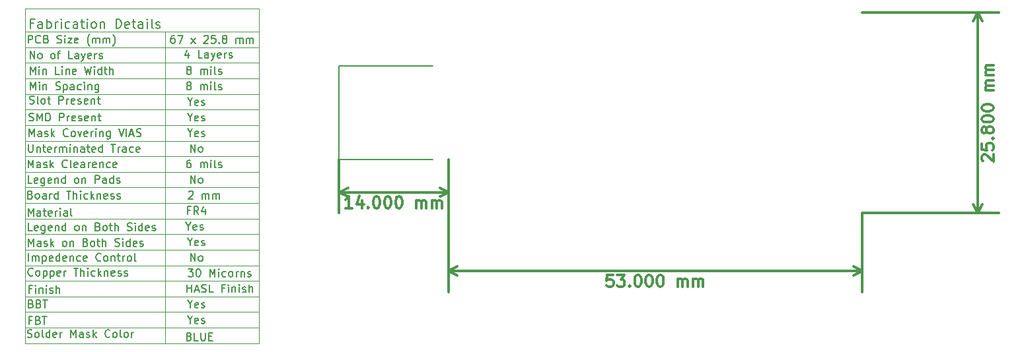
<source format=gbr>
G04 #@! TF.FileFunction,Drawing*
%FSLAX46Y46*%
G04 Gerber Fmt 4.6, Leading zero omitted, Abs format (unit mm)*
G04 Created by KiCad (PCBNEW 4.0.4-stable) date 02/18/17 15:09:56*
%MOMM*%
%LPD*%
G01*
G04 APERTURE LIST*
%ADD10C,0.100000*%
%ADD11C,0.150000*%
%ADD12C,0.300000*%
G04 APERTURE END LIST*
D10*
D11*
X76886667Y-90062381D02*
X76696190Y-90062381D01*
X76600952Y-90110000D01*
X76553333Y-90157619D01*
X76458095Y-90300476D01*
X76410476Y-90490952D01*
X76410476Y-90871905D01*
X76458095Y-90967143D01*
X76505714Y-91014762D01*
X76600952Y-91062381D01*
X76791429Y-91062381D01*
X76886667Y-91014762D01*
X76934286Y-90967143D01*
X76981905Y-90871905D01*
X76981905Y-90633810D01*
X76934286Y-90538571D01*
X76886667Y-90490952D01*
X76791429Y-90443333D01*
X76600952Y-90443333D01*
X76505714Y-90490952D01*
X76458095Y-90538571D01*
X76410476Y-90633810D01*
X77315238Y-90062381D02*
X77981905Y-90062381D01*
X77553333Y-91062381D01*
X79029524Y-91062381D02*
X79553334Y-90395714D01*
X79029524Y-90395714D02*
X79553334Y-91062381D01*
X80648572Y-90157619D02*
X80696191Y-90110000D01*
X80791429Y-90062381D01*
X81029525Y-90062381D01*
X81124763Y-90110000D01*
X81172382Y-90157619D01*
X81220001Y-90252857D01*
X81220001Y-90348095D01*
X81172382Y-90490952D01*
X80600953Y-91062381D01*
X81220001Y-91062381D01*
X82124763Y-90062381D02*
X81648572Y-90062381D01*
X81600953Y-90538571D01*
X81648572Y-90490952D01*
X81743810Y-90443333D01*
X81981906Y-90443333D01*
X82077144Y-90490952D01*
X82124763Y-90538571D01*
X82172382Y-90633810D01*
X82172382Y-90871905D01*
X82124763Y-90967143D01*
X82077144Y-91014762D01*
X81981906Y-91062381D01*
X81743810Y-91062381D01*
X81648572Y-91014762D01*
X81600953Y-90967143D01*
X82600953Y-90967143D02*
X82648572Y-91014762D01*
X82600953Y-91062381D01*
X82553334Y-91014762D01*
X82600953Y-90967143D01*
X82600953Y-91062381D01*
X83220000Y-90490952D02*
X83124762Y-90443333D01*
X83077143Y-90395714D01*
X83029524Y-90300476D01*
X83029524Y-90252857D01*
X83077143Y-90157619D01*
X83124762Y-90110000D01*
X83220000Y-90062381D01*
X83410477Y-90062381D01*
X83505715Y-90110000D01*
X83553334Y-90157619D01*
X83600953Y-90252857D01*
X83600953Y-90300476D01*
X83553334Y-90395714D01*
X83505715Y-90443333D01*
X83410477Y-90490952D01*
X83220000Y-90490952D01*
X83124762Y-90538571D01*
X83077143Y-90586190D01*
X83029524Y-90681429D01*
X83029524Y-90871905D01*
X83077143Y-90967143D01*
X83124762Y-91014762D01*
X83220000Y-91062381D01*
X83410477Y-91062381D01*
X83505715Y-91014762D01*
X83553334Y-90967143D01*
X83600953Y-90871905D01*
X83600953Y-90681429D01*
X83553334Y-90586190D01*
X83505715Y-90538571D01*
X83410477Y-90490952D01*
X84791429Y-91062381D02*
X84791429Y-90395714D01*
X84791429Y-90490952D02*
X84839048Y-90443333D01*
X84934286Y-90395714D01*
X85077144Y-90395714D01*
X85172382Y-90443333D01*
X85220001Y-90538571D01*
X85220001Y-91062381D01*
X85220001Y-90538571D02*
X85267620Y-90443333D01*
X85362858Y-90395714D01*
X85505715Y-90395714D01*
X85600953Y-90443333D01*
X85648572Y-90538571D01*
X85648572Y-91062381D01*
X86124762Y-91062381D02*
X86124762Y-90395714D01*
X86124762Y-90490952D02*
X86172381Y-90443333D01*
X86267619Y-90395714D01*
X86410477Y-90395714D01*
X86505715Y-90443333D01*
X86553334Y-90538571D01*
X86553334Y-91062381D01*
X86553334Y-90538571D02*
X86600953Y-90443333D01*
X86696191Y-90395714D01*
X86839048Y-90395714D01*
X86934286Y-90443333D01*
X86981905Y-90538571D01*
X86981905Y-91062381D01*
D12*
X99642858Y-112228571D02*
X98785715Y-112228571D01*
X99214287Y-112228571D02*
X99214287Y-110728571D01*
X99071430Y-110942857D01*
X98928572Y-111085714D01*
X98785715Y-111157143D01*
X100928572Y-111228571D02*
X100928572Y-112228571D01*
X100571429Y-110657143D02*
X100214286Y-111728571D01*
X101142858Y-111728571D01*
X101714286Y-112085714D02*
X101785714Y-112157143D01*
X101714286Y-112228571D01*
X101642857Y-112157143D01*
X101714286Y-112085714D01*
X101714286Y-112228571D01*
X102714286Y-110728571D02*
X102857143Y-110728571D01*
X103000000Y-110800000D01*
X103071429Y-110871429D01*
X103142858Y-111014286D01*
X103214286Y-111300000D01*
X103214286Y-111657143D01*
X103142858Y-111942857D01*
X103071429Y-112085714D01*
X103000000Y-112157143D01*
X102857143Y-112228571D01*
X102714286Y-112228571D01*
X102571429Y-112157143D01*
X102500000Y-112085714D01*
X102428572Y-111942857D01*
X102357143Y-111657143D01*
X102357143Y-111300000D01*
X102428572Y-111014286D01*
X102500000Y-110871429D01*
X102571429Y-110800000D01*
X102714286Y-110728571D01*
X104142857Y-110728571D02*
X104285714Y-110728571D01*
X104428571Y-110800000D01*
X104500000Y-110871429D01*
X104571429Y-111014286D01*
X104642857Y-111300000D01*
X104642857Y-111657143D01*
X104571429Y-111942857D01*
X104500000Y-112085714D01*
X104428571Y-112157143D01*
X104285714Y-112228571D01*
X104142857Y-112228571D01*
X104000000Y-112157143D01*
X103928571Y-112085714D01*
X103857143Y-111942857D01*
X103785714Y-111657143D01*
X103785714Y-111300000D01*
X103857143Y-111014286D01*
X103928571Y-110871429D01*
X104000000Y-110800000D01*
X104142857Y-110728571D01*
X105571428Y-110728571D02*
X105714285Y-110728571D01*
X105857142Y-110800000D01*
X105928571Y-110871429D01*
X106000000Y-111014286D01*
X106071428Y-111300000D01*
X106071428Y-111657143D01*
X106000000Y-111942857D01*
X105928571Y-112085714D01*
X105857142Y-112157143D01*
X105714285Y-112228571D01*
X105571428Y-112228571D01*
X105428571Y-112157143D01*
X105357142Y-112085714D01*
X105285714Y-111942857D01*
X105214285Y-111657143D01*
X105214285Y-111300000D01*
X105285714Y-111014286D01*
X105357142Y-110871429D01*
X105428571Y-110800000D01*
X105571428Y-110728571D01*
X107857142Y-112228571D02*
X107857142Y-111228571D01*
X107857142Y-111371429D02*
X107928570Y-111300000D01*
X108071428Y-111228571D01*
X108285713Y-111228571D01*
X108428570Y-111300000D01*
X108499999Y-111442857D01*
X108499999Y-112228571D01*
X108499999Y-111442857D02*
X108571428Y-111300000D01*
X108714285Y-111228571D01*
X108928570Y-111228571D01*
X109071428Y-111300000D01*
X109142856Y-111442857D01*
X109142856Y-112228571D01*
X109857142Y-112228571D02*
X109857142Y-111228571D01*
X109857142Y-111371429D02*
X109928570Y-111300000D01*
X110071428Y-111228571D01*
X110285713Y-111228571D01*
X110428570Y-111300000D01*
X110499999Y-111442857D01*
X110499999Y-112228571D01*
X110499999Y-111442857D02*
X110571428Y-111300000D01*
X110714285Y-111228571D01*
X110928570Y-111228571D01*
X111071428Y-111300000D01*
X111142856Y-111442857D01*
X111142856Y-112228571D01*
X112000000Y-110200000D02*
X98000000Y-110200000D01*
X112000000Y-106000000D02*
X112000000Y-112900000D01*
X98000000Y-106000000D02*
X98000000Y-112900000D01*
X98000000Y-110200000D02*
X99126504Y-109613579D01*
X98000000Y-110200000D02*
X99126504Y-110786421D01*
X112000000Y-110200000D02*
X110873496Y-109613579D01*
X112000000Y-110200000D02*
X110873496Y-110786421D01*
X180471429Y-106214285D02*
X180400000Y-106142856D01*
X180328571Y-105999999D01*
X180328571Y-105642856D01*
X180400000Y-105499999D01*
X180471429Y-105428570D01*
X180614286Y-105357142D01*
X180757143Y-105357142D01*
X180971429Y-105428570D01*
X181828571Y-106285713D01*
X181828571Y-105357142D01*
X180328571Y-103999999D02*
X180328571Y-104714285D01*
X181042857Y-104785714D01*
X180971429Y-104714285D01*
X180900000Y-104571428D01*
X180900000Y-104214285D01*
X180971429Y-104071428D01*
X181042857Y-103999999D01*
X181185714Y-103928571D01*
X181542857Y-103928571D01*
X181685714Y-103999999D01*
X181757143Y-104071428D01*
X181828571Y-104214285D01*
X181828571Y-104571428D01*
X181757143Y-104714285D01*
X181685714Y-104785714D01*
X181685714Y-103285714D02*
X181757143Y-103214286D01*
X181828571Y-103285714D01*
X181757143Y-103357143D01*
X181685714Y-103285714D01*
X181828571Y-103285714D01*
X180971429Y-102357142D02*
X180900000Y-102500000D01*
X180828571Y-102571428D01*
X180685714Y-102642857D01*
X180614286Y-102642857D01*
X180471429Y-102571428D01*
X180400000Y-102500000D01*
X180328571Y-102357142D01*
X180328571Y-102071428D01*
X180400000Y-101928571D01*
X180471429Y-101857142D01*
X180614286Y-101785714D01*
X180685714Y-101785714D01*
X180828571Y-101857142D01*
X180900000Y-101928571D01*
X180971429Y-102071428D01*
X180971429Y-102357142D01*
X181042857Y-102500000D01*
X181114286Y-102571428D01*
X181257143Y-102642857D01*
X181542857Y-102642857D01*
X181685714Y-102571428D01*
X181757143Y-102500000D01*
X181828571Y-102357142D01*
X181828571Y-102071428D01*
X181757143Y-101928571D01*
X181685714Y-101857142D01*
X181542857Y-101785714D01*
X181257143Y-101785714D01*
X181114286Y-101857142D01*
X181042857Y-101928571D01*
X180971429Y-102071428D01*
X180328571Y-100857143D02*
X180328571Y-100714286D01*
X180400000Y-100571429D01*
X180471429Y-100500000D01*
X180614286Y-100428571D01*
X180900000Y-100357143D01*
X181257143Y-100357143D01*
X181542857Y-100428571D01*
X181685714Y-100500000D01*
X181757143Y-100571429D01*
X181828571Y-100714286D01*
X181828571Y-100857143D01*
X181757143Y-101000000D01*
X181685714Y-101071429D01*
X181542857Y-101142857D01*
X181257143Y-101214286D01*
X180900000Y-101214286D01*
X180614286Y-101142857D01*
X180471429Y-101071429D01*
X180400000Y-101000000D01*
X180328571Y-100857143D01*
X180328571Y-99428572D02*
X180328571Y-99285715D01*
X180400000Y-99142858D01*
X180471429Y-99071429D01*
X180614286Y-99000000D01*
X180900000Y-98928572D01*
X181257143Y-98928572D01*
X181542857Y-99000000D01*
X181685714Y-99071429D01*
X181757143Y-99142858D01*
X181828571Y-99285715D01*
X181828571Y-99428572D01*
X181757143Y-99571429D01*
X181685714Y-99642858D01*
X181542857Y-99714286D01*
X181257143Y-99785715D01*
X180900000Y-99785715D01*
X180614286Y-99714286D01*
X180471429Y-99642858D01*
X180400000Y-99571429D01*
X180328571Y-99428572D01*
X181828571Y-97142858D02*
X180828571Y-97142858D01*
X180971429Y-97142858D02*
X180900000Y-97071430D01*
X180828571Y-96928572D01*
X180828571Y-96714287D01*
X180900000Y-96571430D01*
X181042857Y-96500001D01*
X181828571Y-96500001D01*
X181042857Y-96500001D02*
X180900000Y-96428572D01*
X180828571Y-96285715D01*
X180828571Y-96071430D01*
X180900000Y-95928572D01*
X181042857Y-95857144D01*
X181828571Y-95857144D01*
X181828571Y-95142858D02*
X180828571Y-95142858D01*
X180971429Y-95142858D02*
X180900000Y-95071430D01*
X180828571Y-94928572D01*
X180828571Y-94714287D01*
X180900000Y-94571430D01*
X181042857Y-94500001D01*
X181828571Y-94500001D01*
X181042857Y-94500001D02*
X180900000Y-94428572D01*
X180828571Y-94285715D01*
X180828571Y-94071430D01*
X180900000Y-93928572D01*
X181042857Y-93857144D01*
X181828571Y-93857144D01*
X179800000Y-112900000D02*
X179800000Y-87100000D01*
X165000000Y-112900000D02*
X182500000Y-112900000D01*
X165000000Y-87100000D02*
X182500000Y-87100000D01*
X179800000Y-87100000D02*
X180386421Y-88226504D01*
X179800000Y-87100000D02*
X179213579Y-88226504D01*
X179800000Y-112900000D02*
X180386421Y-111773496D01*
X179800000Y-112900000D02*
X179213579Y-111773496D01*
X133071430Y-120828571D02*
X132357144Y-120828571D01*
X132285715Y-121542857D01*
X132357144Y-121471429D01*
X132500001Y-121400000D01*
X132857144Y-121400000D01*
X133000001Y-121471429D01*
X133071430Y-121542857D01*
X133142858Y-121685714D01*
X133142858Y-122042857D01*
X133071430Y-122185714D01*
X133000001Y-122257143D01*
X132857144Y-122328571D01*
X132500001Y-122328571D01*
X132357144Y-122257143D01*
X132285715Y-122185714D01*
X133642858Y-120828571D02*
X134571429Y-120828571D01*
X134071429Y-121400000D01*
X134285715Y-121400000D01*
X134428572Y-121471429D01*
X134500001Y-121542857D01*
X134571429Y-121685714D01*
X134571429Y-122042857D01*
X134500001Y-122185714D01*
X134428572Y-122257143D01*
X134285715Y-122328571D01*
X133857143Y-122328571D01*
X133714286Y-122257143D01*
X133642858Y-122185714D01*
X135214286Y-122185714D02*
X135285714Y-122257143D01*
X135214286Y-122328571D01*
X135142857Y-122257143D01*
X135214286Y-122185714D01*
X135214286Y-122328571D01*
X136214286Y-120828571D02*
X136357143Y-120828571D01*
X136500000Y-120900000D01*
X136571429Y-120971429D01*
X136642858Y-121114286D01*
X136714286Y-121400000D01*
X136714286Y-121757143D01*
X136642858Y-122042857D01*
X136571429Y-122185714D01*
X136500000Y-122257143D01*
X136357143Y-122328571D01*
X136214286Y-122328571D01*
X136071429Y-122257143D01*
X136000000Y-122185714D01*
X135928572Y-122042857D01*
X135857143Y-121757143D01*
X135857143Y-121400000D01*
X135928572Y-121114286D01*
X136000000Y-120971429D01*
X136071429Y-120900000D01*
X136214286Y-120828571D01*
X137642857Y-120828571D02*
X137785714Y-120828571D01*
X137928571Y-120900000D01*
X138000000Y-120971429D01*
X138071429Y-121114286D01*
X138142857Y-121400000D01*
X138142857Y-121757143D01*
X138071429Y-122042857D01*
X138000000Y-122185714D01*
X137928571Y-122257143D01*
X137785714Y-122328571D01*
X137642857Y-122328571D01*
X137500000Y-122257143D01*
X137428571Y-122185714D01*
X137357143Y-122042857D01*
X137285714Y-121757143D01*
X137285714Y-121400000D01*
X137357143Y-121114286D01*
X137428571Y-120971429D01*
X137500000Y-120900000D01*
X137642857Y-120828571D01*
X139071428Y-120828571D02*
X139214285Y-120828571D01*
X139357142Y-120900000D01*
X139428571Y-120971429D01*
X139500000Y-121114286D01*
X139571428Y-121400000D01*
X139571428Y-121757143D01*
X139500000Y-122042857D01*
X139428571Y-122185714D01*
X139357142Y-122257143D01*
X139214285Y-122328571D01*
X139071428Y-122328571D01*
X138928571Y-122257143D01*
X138857142Y-122185714D01*
X138785714Y-122042857D01*
X138714285Y-121757143D01*
X138714285Y-121400000D01*
X138785714Y-121114286D01*
X138857142Y-120971429D01*
X138928571Y-120900000D01*
X139071428Y-120828571D01*
X141357142Y-122328571D02*
X141357142Y-121328571D01*
X141357142Y-121471429D02*
X141428570Y-121400000D01*
X141571428Y-121328571D01*
X141785713Y-121328571D01*
X141928570Y-121400000D01*
X141999999Y-121542857D01*
X141999999Y-122328571D01*
X141999999Y-121542857D02*
X142071428Y-121400000D01*
X142214285Y-121328571D01*
X142428570Y-121328571D01*
X142571428Y-121400000D01*
X142642856Y-121542857D01*
X142642856Y-122328571D01*
X143357142Y-122328571D02*
X143357142Y-121328571D01*
X143357142Y-121471429D02*
X143428570Y-121400000D01*
X143571428Y-121328571D01*
X143785713Y-121328571D01*
X143928570Y-121400000D01*
X143999999Y-121542857D01*
X143999999Y-122328571D01*
X143999999Y-121542857D02*
X144071428Y-121400000D01*
X144214285Y-121328571D01*
X144428570Y-121328571D01*
X144571428Y-121400000D01*
X144642856Y-121542857D01*
X144642856Y-122328571D01*
X112000000Y-120300000D02*
X165000000Y-120300000D01*
X112000000Y-112900000D02*
X112000000Y-123000000D01*
X165000000Y-112900000D02*
X165000000Y-123000000D01*
X165000000Y-120300000D02*
X163873496Y-120886421D01*
X165000000Y-120300000D02*
X163873496Y-119713579D01*
X112000000Y-120300000D02*
X113126504Y-120886421D01*
X112000000Y-120300000D02*
X113126504Y-119713579D01*
D11*
X98000000Y-106030000D02*
X110000000Y-106030000D01*
X98000000Y-106030000D02*
X98000000Y-93970000D01*
X98000000Y-93970000D02*
X110000000Y-93970000D01*
D10*
X57700000Y-86600000D02*
X57700000Y-129600000D01*
X57700000Y-127600000D02*
X87700000Y-127600000D01*
X87700000Y-86600000D02*
X87700000Y-129600000D01*
X57700000Y-89600000D02*
X87700000Y-89600000D01*
X57700000Y-86600000D02*
X87700000Y-86600000D01*
X57700000Y-91600000D02*
X87700000Y-91600000D01*
X57700000Y-93600000D02*
X87700000Y-93600000D01*
X57700000Y-95600000D02*
X87700000Y-95600000D01*
X57700000Y-99600000D02*
X87700000Y-99600000D01*
X57700000Y-97600000D02*
X87700000Y-97600000D01*
X57700000Y-101600000D02*
X87700000Y-101600000D01*
X57700000Y-103600000D02*
X87700000Y-103600000D01*
X57700000Y-105600000D02*
X87700000Y-105600000D01*
X57700000Y-107600000D02*
X87700000Y-107600000D01*
X57700000Y-109600000D02*
X87700000Y-109600000D01*
X57700000Y-111600000D02*
X87700000Y-111600000D01*
X57700000Y-113600000D02*
X87700000Y-113600000D01*
X57700000Y-115600000D02*
X87700000Y-115600000D01*
X57700000Y-117600000D02*
X87700000Y-117600000D01*
X57700000Y-119600000D02*
X87700000Y-119600000D01*
X57700000Y-121600000D02*
X87700000Y-121600000D01*
X57700000Y-123600000D02*
X87700000Y-123600000D01*
X57700000Y-125600000D02*
X87700000Y-125600000D01*
X75700000Y-129600000D02*
X75700000Y-89600000D01*
X57700000Y-129600000D02*
X87700000Y-129600000D01*
D11*
X58128571Y-91052381D02*
X58128571Y-90052381D01*
X58509524Y-90052381D01*
X58604762Y-90100000D01*
X58652381Y-90147619D01*
X58700000Y-90242857D01*
X58700000Y-90385714D01*
X58652381Y-90480952D01*
X58604762Y-90528571D01*
X58509524Y-90576190D01*
X58128571Y-90576190D01*
X59700000Y-90957143D02*
X59652381Y-91004762D01*
X59509524Y-91052381D01*
X59414286Y-91052381D01*
X59271428Y-91004762D01*
X59176190Y-90909524D01*
X59128571Y-90814286D01*
X59080952Y-90623810D01*
X59080952Y-90480952D01*
X59128571Y-90290476D01*
X59176190Y-90195238D01*
X59271428Y-90100000D01*
X59414286Y-90052381D01*
X59509524Y-90052381D01*
X59652381Y-90100000D01*
X59700000Y-90147619D01*
X60461905Y-90528571D02*
X60604762Y-90576190D01*
X60652381Y-90623810D01*
X60700000Y-90719048D01*
X60700000Y-90861905D01*
X60652381Y-90957143D01*
X60604762Y-91004762D01*
X60509524Y-91052381D01*
X60128571Y-91052381D01*
X60128571Y-90052381D01*
X60461905Y-90052381D01*
X60557143Y-90100000D01*
X60604762Y-90147619D01*
X60652381Y-90242857D01*
X60652381Y-90338095D01*
X60604762Y-90433333D01*
X60557143Y-90480952D01*
X60461905Y-90528571D01*
X60128571Y-90528571D01*
X61842857Y-91004762D02*
X61985714Y-91052381D01*
X62223810Y-91052381D01*
X62319048Y-91004762D01*
X62366667Y-90957143D01*
X62414286Y-90861905D01*
X62414286Y-90766667D01*
X62366667Y-90671429D01*
X62319048Y-90623810D01*
X62223810Y-90576190D01*
X62033333Y-90528571D01*
X61938095Y-90480952D01*
X61890476Y-90433333D01*
X61842857Y-90338095D01*
X61842857Y-90242857D01*
X61890476Y-90147619D01*
X61938095Y-90100000D01*
X62033333Y-90052381D01*
X62271429Y-90052381D01*
X62414286Y-90100000D01*
X62842857Y-91052381D02*
X62842857Y-90385714D01*
X62842857Y-90052381D02*
X62795238Y-90100000D01*
X62842857Y-90147619D01*
X62890476Y-90100000D01*
X62842857Y-90052381D01*
X62842857Y-90147619D01*
X63223809Y-90385714D02*
X63747619Y-90385714D01*
X63223809Y-91052381D01*
X63747619Y-91052381D01*
X64509524Y-91004762D02*
X64414286Y-91052381D01*
X64223809Y-91052381D01*
X64128571Y-91004762D01*
X64080952Y-90909524D01*
X64080952Y-90528571D01*
X64128571Y-90433333D01*
X64223809Y-90385714D01*
X64414286Y-90385714D01*
X64509524Y-90433333D01*
X64557143Y-90528571D01*
X64557143Y-90623810D01*
X64080952Y-90719048D01*
X66033334Y-91433333D02*
X65985714Y-91385714D01*
X65890476Y-91242857D01*
X65842857Y-91147619D01*
X65795238Y-91004762D01*
X65747619Y-90766667D01*
X65747619Y-90576190D01*
X65795238Y-90338095D01*
X65842857Y-90195238D01*
X65890476Y-90100000D01*
X65985714Y-89957143D01*
X66033334Y-89909524D01*
X66414286Y-91052381D02*
X66414286Y-90385714D01*
X66414286Y-90480952D02*
X66461905Y-90433333D01*
X66557143Y-90385714D01*
X66700001Y-90385714D01*
X66795239Y-90433333D01*
X66842858Y-90528571D01*
X66842858Y-91052381D01*
X66842858Y-90528571D02*
X66890477Y-90433333D01*
X66985715Y-90385714D01*
X67128572Y-90385714D01*
X67223810Y-90433333D01*
X67271429Y-90528571D01*
X67271429Y-91052381D01*
X67747619Y-91052381D02*
X67747619Y-90385714D01*
X67747619Y-90480952D02*
X67795238Y-90433333D01*
X67890476Y-90385714D01*
X68033334Y-90385714D01*
X68128572Y-90433333D01*
X68176191Y-90528571D01*
X68176191Y-91052381D01*
X68176191Y-90528571D02*
X68223810Y-90433333D01*
X68319048Y-90385714D01*
X68461905Y-90385714D01*
X68557143Y-90433333D01*
X68604762Y-90528571D01*
X68604762Y-91052381D01*
X68985714Y-91433333D02*
X69033333Y-91385714D01*
X69128571Y-91242857D01*
X69176190Y-91147619D01*
X69223809Y-91004762D01*
X69271428Y-90766667D01*
X69271428Y-90576190D01*
X69223809Y-90338095D01*
X69176190Y-90195238D01*
X69128571Y-90100000D01*
X69033333Y-89957143D01*
X68985714Y-89909524D01*
X58814287Y-88514286D02*
X58414287Y-88514286D01*
X58414287Y-89142857D02*
X58414287Y-87942857D01*
X58985716Y-87942857D01*
X59957144Y-89142857D02*
X59957144Y-88514286D01*
X59900001Y-88400000D01*
X59785715Y-88342857D01*
X59557144Y-88342857D01*
X59442858Y-88400000D01*
X59957144Y-89085714D02*
X59842858Y-89142857D01*
X59557144Y-89142857D01*
X59442858Y-89085714D01*
X59385715Y-88971429D01*
X59385715Y-88857143D01*
X59442858Y-88742857D01*
X59557144Y-88685714D01*
X59842858Y-88685714D01*
X59957144Y-88628571D01*
X60528572Y-89142857D02*
X60528572Y-87942857D01*
X60528572Y-88400000D02*
X60642858Y-88342857D01*
X60871429Y-88342857D01*
X60985715Y-88400000D01*
X61042858Y-88457143D01*
X61100001Y-88571429D01*
X61100001Y-88914286D01*
X61042858Y-89028571D01*
X60985715Y-89085714D01*
X60871429Y-89142857D01*
X60642858Y-89142857D01*
X60528572Y-89085714D01*
X61614286Y-89142857D02*
X61614286Y-88342857D01*
X61614286Y-88571429D02*
X61671429Y-88457143D01*
X61728572Y-88400000D01*
X61842858Y-88342857D01*
X61957143Y-88342857D01*
X62357143Y-89142857D02*
X62357143Y-88342857D01*
X62357143Y-87942857D02*
X62300000Y-88000000D01*
X62357143Y-88057143D01*
X62414286Y-88000000D01*
X62357143Y-87942857D01*
X62357143Y-88057143D01*
X63442858Y-89085714D02*
X63328572Y-89142857D01*
X63100001Y-89142857D01*
X62985715Y-89085714D01*
X62928572Y-89028571D01*
X62871429Y-88914286D01*
X62871429Y-88571429D01*
X62928572Y-88457143D01*
X62985715Y-88400000D01*
X63100001Y-88342857D01*
X63328572Y-88342857D01*
X63442858Y-88400000D01*
X64471429Y-89142857D02*
X64471429Y-88514286D01*
X64414286Y-88400000D01*
X64300000Y-88342857D01*
X64071429Y-88342857D01*
X63957143Y-88400000D01*
X64471429Y-89085714D02*
X64357143Y-89142857D01*
X64071429Y-89142857D01*
X63957143Y-89085714D01*
X63900000Y-88971429D01*
X63900000Y-88857143D01*
X63957143Y-88742857D01*
X64071429Y-88685714D01*
X64357143Y-88685714D01*
X64471429Y-88628571D01*
X64871429Y-88342857D02*
X65328572Y-88342857D01*
X65042857Y-87942857D02*
X65042857Y-88971429D01*
X65100000Y-89085714D01*
X65214286Y-89142857D01*
X65328572Y-89142857D01*
X65728571Y-89142857D02*
X65728571Y-88342857D01*
X65728571Y-87942857D02*
X65671428Y-88000000D01*
X65728571Y-88057143D01*
X65785714Y-88000000D01*
X65728571Y-87942857D01*
X65728571Y-88057143D01*
X66471429Y-89142857D02*
X66357143Y-89085714D01*
X66300000Y-89028571D01*
X66242857Y-88914286D01*
X66242857Y-88571429D01*
X66300000Y-88457143D01*
X66357143Y-88400000D01*
X66471429Y-88342857D01*
X66642857Y-88342857D01*
X66757143Y-88400000D01*
X66814286Y-88457143D01*
X66871429Y-88571429D01*
X66871429Y-88914286D01*
X66814286Y-89028571D01*
X66757143Y-89085714D01*
X66642857Y-89142857D01*
X66471429Y-89142857D01*
X67385714Y-88342857D02*
X67385714Y-89142857D01*
X67385714Y-88457143D02*
X67442857Y-88400000D01*
X67557143Y-88342857D01*
X67728571Y-88342857D01*
X67842857Y-88400000D01*
X67900000Y-88514286D01*
X67900000Y-89142857D01*
X69385714Y-89142857D02*
X69385714Y-87942857D01*
X69671429Y-87942857D01*
X69842857Y-88000000D01*
X69957143Y-88114286D01*
X70014286Y-88228571D01*
X70071429Y-88457143D01*
X70071429Y-88628571D01*
X70014286Y-88857143D01*
X69957143Y-88971429D01*
X69842857Y-89085714D01*
X69671429Y-89142857D01*
X69385714Y-89142857D01*
X71042857Y-89085714D02*
X70928571Y-89142857D01*
X70700000Y-89142857D01*
X70585714Y-89085714D01*
X70528571Y-88971429D01*
X70528571Y-88514286D01*
X70585714Y-88400000D01*
X70700000Y-88342857D01*
X70928571Y-88342857D01*
X71042857Y-88400000D01*
X71100000Y-88514286D01*
X71100000Y-88628571D01*
X70528571Y-88742857D01*
X71442857Y-88342857D02*
X71900000Y-88342857D01*
X71614285Y-87942857D02*
X71614285Y-88971429D01*
X71671428Y-89085714D01*
X71785714Y-89142857D01*
X71900000Y-89142857D01*
X72814285Y-89142857D02*
X72814285Y-88514286D01*
X72757142Y-88400000D01*
X72642856Y-88342857D01*
X72414285Y-88342857D01*
X72299999Y-88400000D01*
X72814285Y-89085714D02*
X72699999Y-89142857D01*
X72414285Y-89142857D01*
X72299999Y-89085714D01*
X72242856Y-88971429D01*
X72242856Y-88857143D01*
X72299999Y-88742857D01*
X72414285Y-88685714D01*
X72699999Y-88685714D01*
X72814285Y-88628571D01*
X73385713Y-89142857D02*
X73385713Y-88342857D01*
X73385713Y-87942857D02*
X73328570Y-88000000D01*
X73385713Y-88057143D01*
X73442856Y-88000000D01*
X73385713Y-87942857D01*
X73385713Y-88057143D01*
X74128571Y-89142857D02*
X74014285Y-89085714D01*
X73957142Y-88971429D01*
X73957142Y-87942857D01*
X74528570Y-89085714D02*
X74642856Y-89142857D01*
X74871428Y-89142857D01*
X74985713Y-89085714D01*
X75042856Y-88971429D01*
X75042856Y-88914286D01*
X74985713Y-88800000D01*
X74871428Y-88742857D01*
X74699999Y-88742857D01*
X74585713Y-88685714D01*
X74528570Y-88571429D01*
X74528570Y-88514286D01*
X74585713Y-88400000D01*
X74699999Y-88342857D01*
X74871428Y-88342857D01*
X74985713Y-88400000D01*
X58380951Y-93052381D02*
X58380951Y-92052381D01*
X58952380Y-93052381D01*
X58952380Y-92052381D01*
X59571427Y-93052381D02*
X59476189Y-93004762D01*
X59428570Y-92957143D01*
X59380951Y-92861905D01*
X59380951Y-92576190D01*
X59428570Y-92480952D01*
X59476189Y-92433333D01*
X59571427Y-92385714D01*
X59714285Y-92385714D01*
X59809523Y-92433333D01*
X59857142Y-92480952D01*
X59904761Y-92576190D01*
X59904761Y-92861905D01*
X59857142Y-92957143D01*
X59809523Y-93004762D01*
X59714285Y-93052381D01*
X59571427Y-93052381D01*
X61238094Y-93052381D02*
X61142856Y-93004762D01*
X61095237Y-92957143D01*
X61047618Y-92861905D01*
X61047618Y-92576190D01*
X61095237Y-92480952D01*
X61142856Y-92433333D01*
X61238094Y-92385714D01*
X61380952Y-92385714D01*
X61476190Y-92433333D01*
X61523809Y-92480952D01*
X61571428Y-92576190D01*
X61571428Y-92861905D01*
X61523809Y-92957143D01*
X61476190Y-93004762D01*
X61380952Y-93052381D01*
X61238094Y-93052381D01*
X61857142Y-92385714D02*
X62238094Y-92385714D01*
X61999999Y-93052381D02*
X61999999Y-92195238D01*
X62047618Y-92100000D01*
X62142856Y-92052381D01*
X62238094Y-92052381D01*
X63809524Y-93052381D02*
X63333333Y-93052381D01*
X63333333Y-92052381D01*
X64571429Y-93052381D02*
X64571429Y-92528571D01*
X64523810Y-92433333D01*
X64428572Y-92385714D01*
X64238095Y-92385714D01*
X64142857Y-92433333D01*
X64571429Y-93004762D02*
X64476191Y-93052381D01*
X64238095Y-93052381D01*
X64142857Y-93004762D01*
X64095238Y-92909524D01*
X64095238Y-92814286D01*
X64142857Y-92719048D01*
X64238095Y-92671429D01*
X64476191Y-92671429D01*
X64571429Y-92623810D01*
X64952381Y-92385714D02*
X65190476Y-93052381D01*
X65428572Y-92385714D02*
X65190476Y-93052381D01*
X65095238Y-93290476D01*
X65047619Y-93338095D01*
X64952381Y-93385714D01*
X66190477Y-93004762D02*
X66095239Y-93052381D01*
X65904762Y-93052381D01*
X65809524Y-93004762D01*
X65761905Y-92909524D01*
X65761905Y-92528571D01*
X65809524Y-92433333D01*
X65904762Y-92385714D01*
X66095239Y-92385714D01*
X66190477Y-92433333D01*
X66238096Y-92528571D01*
X66238096Y-92623810D01*
X65761905Y-92719048D01*
X66666667Y-93052381D02*
X66666667Y-92385714D01*
X66666667Y-92576190D02*
X66714286Y-92480952D01*
X66761905Y-92433333D01*
X66857143Y-92385714D01*
X66952382Y-92385714D01*
X67238096Y-93004762D02*
X67333334Y-93052381D01*
X67523810Y-93052381D01*
X67619049Y-93004762D01*
X67666668Y-92909524D01*
X67666668Y-92861905D01*
X67619049Y-92766667D01*
X67523810Y-92719048D01*
X67380953Y-92719048D01*
X67285715Y-92671429D01*
X67238096Y-92576190D01*
X67238096Y-92528571D01*
X67285715Y-92433333D01*
X67380953Y-92385714D01*
X67523810Y-92385714D01*
X67619049Y-92433333D01*
X58390476Y-95052381D02*
X58390476Y-94052381D01*
X58723810Y-94766667D01*
X59057143Y-94052381D01*
X59057143Y-95052381D01*
X59533333Y-95052381D02*
X59533333Y-94385714D01*
X59533333Y-94052381D02*
X59485714Y-94100000D01*
X59533333Y-94147619D01*
X59580952Y-94100000D01*
X59533333Y-94052381D01*
X59533333Y-94147619D01*
X60009523Y-94385714D02*
X60009523Y-95052381D01*
X60009523Y-94480952D02*
X60057142Y-94433333D01*
X60152380Y-94385714D01*
X60295238Y-94385714D01*
X60390476Y-94433333D01*
X60438095Y-94528571D01*
X60438095Y-95052381D01*
X62152381Y-95052381D02*
X61676190Y-95052381D01*
X61676190Y-94052381D01*
X62485714Y-95052381D02*
X62485714Y-94385714D01*
X62485714Y-94052381D02*
X62438095Y-94100000D01*
X62485714Y-94147619D01*
X62533333Y-94100000D01*
X62485714Y-94052381D01*
X62485714Y-94147619D01*
X62961904Y-94385714D02*
X62961904Y-95052381D01*
X62961904Y-94480952D02*
X63009523Y-94433333D01*
X63104761Y-94385714D01*
X63247619Y-94385714D01*
X63342857Y-94433333D01*
X63390476Y-94528571D01*
X63390476Y-95052381D01*
X64247619Y-95004762D02*
X64152381Y-95052381D01*
X63961904Y-95052381D01*
X63866666Y-95004762D01*
X63819047Y-94909524D01*
X63819047Y-94528571D01*
X63866666Y-94433333D01*
X63961904Y-94385714D01*
X64152381Y-94385714D01*
X64247619Y-94433333D01*
X64295238Y-94528571D01*
X64295238Y-94623810D01*
X63819047Y-94719048D01*
X65390476Y-94052381D02*
X65628571Y-95052381D01*
X65819048Y-94338095D01*
X66009524Y-95052381D01*
X66247619Y-94052381D01*
X66628571Y-95052381D02*
X66628571Y-94385714D01*
X66628571Y-94052381D02*
X66580952Y-94100000D01*
X66628571Y-94147619D01*
X66676190Y-94100000D01*
X66628571Y-94052381D01*
X66628571Y-94147619D01*
X67533333Y-95052381D02*
X67533333Y-94052381D01*
X67533333Y-95004762D02*
X67438095Y-95052381D01*
X67247618Y-95052381D01*
X67152380Y-95004762D01*
X67104761Y-94957143D01*
X67057142Y-94861905D01*
X67057142Y-94576190D01*
X67104761Y-94480952D01*
X67152380Y-94433333D01*
X67247618Y-94385714D01*
X67438095Y-94385714D01*
X67533333Y-94433333D01*
X67866666Y-94385714D02*
X68247618Y-94385714D01*
X68009523Y-94052381D02*
X68009523Y-94909524D01*
X68057142Y-95004762D01*
X68152380Y-95052381D01*
X68247618Y-95052381D01*
X68580952Y-95052381D02*
X68580952Y-94052381D01*
X69009524Y-95052381D02*
X69009524Y-94528571D01*
X68961905Y-94433333D01*
X68866667Y-94385714D01*
X68723809Y-94385714D01*
X68628571Y-94433333D01*
X68580952Y-94480952D01*
X58442857Y-97052381D02*
X58442857Y-96052381D01*
X58776191Y-96766667D01*
X59109524Y-96052381D01*
X59109524Y-97052381D01*
X59585714Y-97052381D02*
X59585714Y-96385714D01*
X59585714Y-96052381D02*
X59538095Y-96100000D01*
X59585714Y-96147619D01*
X59633333Y-96100000D01*
X59585714Y-96052381D01*
X59585714Y-96147619D01*
X60061904Y-96385714D02*
X60061904Y-97052381D01*
X60061904Y-96480952D02*
X60109523Y-96433333D01*
X60204761Y-96385714D01*
X60347619Y-96385714D01*
X60442857Y-96433333D01*
X60490476Y-96528571D01*
X60490476Y-97052381D01*
X61680952Y-97004762D02*
X61823809Y-97052381D01*
X62061905Y-97052381D01*
X62157143Y-97004762D01*
X62204762Y-96957143D01*
X62252381Y-96861905D01*
X62252381Y-96766667D01*
X62204762Y-96671429D01*
X62157143Y-96623810D01*
X62061905Y-96576190D01*
X61871428Y-96528571D01*
X61776190Y-96480952D01*
X61728571Y-96433333D01*
X61680952Y-96338095D01*
X61680952Y-96242857D01*
X61728571Y-96147619D01*
X61776190Y-96100000D01*
X61871428Y-96052381D01*
X62109524Y-96052381D01*
X62252381Y-96100000D01*
X62680952Y-96385714D02*
X62680952Y-97385714D01*
X62680952Y-96433333D02*
X62776190Y-96385714D01*
X62966667Y-96385714D01*
X63061905Y-96433333D01*
X63109524Y-96480952D01*
X63157143Y-96576190D01*
X63157143Y-96861905D01*
X63109524Y-96957143D01*
X63061905Y-97004762D01*
X62966667Y-97052381D01*
X62776190Y-97052381D01*
X62680952Y-97004762D01*
X64014286Y-97052381D02*
X64014286Y-96528571D01*
X63966667Y-96433333D01*
X63871429Y-96385714D01*
X63680952Y-96385714D01*
X63585714Y-96433333D01*
X64014286Y-97004762D02*
X63919048Y-97052381D01*
X63680952Y-97052381D01*
X63585714Y-97004762D01*
X63538095Y-96909524D01*
X63538095Y-96814286D01*
X63585714Y-96719048D01*
X63680952Y-96671429D01*
X63919048Y-96671429D01*
X64014286Y-96623810D01*
X64919048Y-97004762D02*
X64823810Y-97052381D01*
X64633333Y-97052381D01*
X64538095Y-97004762D01*
X64490476Y-96957143D01*
X64442857Y-96861905D01*
X64442857Y-96576190D01*
X64490476Y-96480952D01*
X64538095Y-96433333D01*
X64633333Y-96385714D01*
X64823810Y-96385714D01*
X64919048Y-96433333D01*
X65347619Y-97052381D02*
X65347619Y-96385714D01*
X65347619Y-96052381D02*
X65300000Y-96100000D01*
X65347619Y-96147619D01*
X65395238Y-96100000D01*
X65347619Y-96052381D01*
X65347619Y-96147619D01*
X65823809Y-96385714D02*
X65823809Y-97052381D01*
X65823809Y-96480952D02*
X65871428Y-96433333D01*
X65966666Y-96385714D01*
X66109524Y-96385714D01*
X66204762Y-96433333D01*
X66252381Y-96528571D01*
X66252381Y-97052381D01*
X67157143Y-96385714D02*
X67157143Y-97195238D01*
X67109524Y-97290476D01*
X67061905Y-97338095D01*
X66966666Y-97385714D01*
X66823809Y-97385714D01*
X66728571Y-97338095D01*
X67157143Y-97004762D02*
X67061905Y-97052381D01*
X66871428Y-97052381D01*
X66776190Y-97004762D01*
X66728571Y-96957143D01*
X66680952Y-96861905D01*
X66680952Y-96576190D01*
X66728571Y-96480952D01*
X66776190Y-96433333D01*
X66871428Y-96385714D01*
X67061905Y-96385714D01*
X67157143Y-96433333D01*
X58323808Y-98804762D02*
X58466665Y-98852381D01*
X58704761Y-98852381D01*
X58799999Y-98804762D01*
X58847618Y-98757143D01*
X58895237Y-98661905D01*
X58895237Y-98566667D01*
X58847618Y-98471429D01*
X58799999Y-98423810D01*
X58704761Y-98376190D01*
X58514284Y-98328571D01*
X58419046Y-98280952D01*
X58371427Y-98233333D01*
X58323808Y-98138095D01*
X58323808Y-98042857D01*
X58371427Y-97947619D01*
X58419046Y-97900000D01*
X58514284Y-97852381D01*
X58752380Y-97852381D01*
X58895237Y-97900000D01*
X59466665Y-98852381D02*
X59371427Y-98804762D01*
X59323808Y-98709524D01*
X59323808Y-97852381D01*
X59990475Y-98852381D02*
X59895237Y-98804762D01*
X59847618Y-98757143D01*
X59799999Y-98661905D01*
X59799999Y-98376190D01*
X59847618Y-98280952D01*
X59895237Y-98233333D01*
X59990475Y-98185714D01*
X60133333Y-98185714D01*
X60228571Y-98233333D01*
X60276190Y-98280952D01*
X60323809Y-98376190D01*
X60323809Y-98661905D01*
X60276190Y-98757143D01*
X60228571Y-98804762D01*
X60133333Y-98852381D01*
X59990475Y-98852381D01*
X60609523Y-98185714D02*
X60990475Y-98185714D01*
X60752380Y-97852381D02*
X60752380Y-98709524D01*
X60799999Y-98804762D01*
X60895237Y-98852381D01*
X60990475Y-98852381D01*
X62085714Y-98852381D02*
X62085714Y-97852381D01*
X62466667Y-97852381D01*
X62561905Y-97900000D01*
X62609524Y-97947619D01*
X62657143Y-98042857D01*
X62657143Y-98185714D01*
X62609524Y-98280952D01*
X62561905Y-98328571D01*
X62466667Y-98376190D01*
X62085714Y-98376190D01*
X63085714Y-98852381D02*
X63085714Y-98185714D01*
X63085714Y-98376190D02*
X63133333Y-98280952D01*
X63180952Y-98233333D01*
X63276190Y-98185714D01*
X63371429Y-98185714D01*
X64085715Y-98804762D02*
X63990477Y-98852381D01*
X63800000Y-98852381D01*
X63704762Y-98804762D01*
X63657143Y-98709524D01*
X63657143Y-98328571D01*
X63704762Y-98233333D01*
X63800000Y-98185714D01*
X63990477Y-98185714D01*
X64085715Y-98233333D01*
X64133334Y-98328571D01*
X64133334Y-98423810D01*
X63657143Y-98519048D01*
X64514286Y-98804762D02*
X64609524Y-98852381D01*
X64800000Y-98852381D01*
X64895239Y-98804762D01*
X64942858Y-98709524D01*
X64942858Y-98661905D01*
X64895239Y-98566667D01*
X64800000Y-98519048D01*
X64657143Y-98519048D01*
X64561905Y-98471429D01*
X64514286Y-98376190D01*
X64514286Y-98328571D01*
X64561905Y-98233333D01*
X64657143Y-98185714D01*
X64800000Y-98185714D01*
X64895239Y-98233333D01*
X65752382Y-98804762D02*
X65657144Y-98852381D01*
X65466667Y-98852381D01*
X65371429Y-98804762D01*
X65323810Y-98709524D01*
X65323810Y-98328571D01*
X65371429Y-98233333D01*
X65466667Y-98185714D01*
X65657144Y-98185714D01*
X65752382Y-98233333D01*
X65800001Y-98328571D01*
X65800001Y-98423810D01*
X65323810Y-98519048D01*
X66228572Y-98185714D02*
X66228572Y-98852381D01*
X66228572Y-98280952D02*
X66276191Y-98233333D01*
X66371429Y-98185714D01*
X66514287Y-98185714D01*
X66609525Y-98233333D01*
X66657144Y-98328571D01*
X66657144Y-98852381D01*
X66990477Y-98185714D02*
X67371429Y-98185714D01*
X67133334Y-97852381D02*
X67133334Y-98709524D01*
X67180953Y-98804762D01*
X67276191Y-98852381D01*
X67371429Y-98852381D01*
X58252380Y-101004762D02*
X58395237Y-101052381D01*
X58633333Y-101052381D01*
X58728571Y-101004762D01*
X58776190Y-100957143D01*
X58823809Y-100861905D01*
X58823809Y-100766667D01*
X58776190Y-100671429D01*
X58728571Y-100623810D01*
X58633333Y-100576190D01*
X58442856Y-100528571D01*
X58347618Y-100480952D01*
X58299999Y-100433333D01*
X58252380Y-100338095D01*
X58252380Y-100242857D01*
X58299999Y-100147619D01*
X58347618Y-100100000D01*
X58442856Y-100052381D01*
X58680952Y-100052381D01*
X58823809Y-100100000D01*
X59252380Y-101052381D02*
X59252380Y-100052381D01*
X59585714Y-100766667D01*
X59919047Y-100052381D01*
X59919047Y-101052381D01*
X60395237Y-101052381D02*
X60395237Y-100052381D01*
X60633332Y-100052381D01*
X60776190Y-100100000D01*
X60871428Y-100195238D01*
X60919047Y-100290476D01*
X60966666Y-100480952D01*
X60966666Y-100623810D01*
X60919047Y-100814286D01*
X60871428Y-100909524D01*
X60776190Y-101004762D01*
X60633332Y-101052381D01*
X60395237Y-101052381D01*
X62157142Y-101052381D02*
X62157142Y-100052381D01*
X62538095Y-100052381D01*
X62633333Y-100100000D01*
X62680952Y-100147619D01*
X62728571Y-100242857D01*
X62728571Y-100385714D01*
X62680952Y-100480952D01*
X62633333Y-100528571D01*
X62538095Y-100576190D01*
X62157142Y-100576190D01*
X63157142Y-101052381D02*
X63157142Y-100385714D01*
X63157142Y-100576190D02*
X63204761Y-100480952D01*
X63252380Y-100433333D01*
X63347618Y-100385714D01*
X63442857Y-100385714D01*
X64157143Y-101004762D02*
X64061905Y-101052381D01*
X63871428Y-101052381D01*
X63776190Y-101004762D01*
X63728571Y-100909524D01*
X63728571Y-100528571D01*
X63776190Y-100433333D01*
X63871428Y-100385714D01*
X64061905Y-100385714D01*
X64157143Y-100433333D01*
X64204762Y-100528571D01*
X64204762Y-100623810D01*
X63728571Y-100719048D01*
X64585714Y-101004762D02*
X64680952Y-101052381D01*
X64871428Y-101052381D01*
X64966667Y-101004762D01*
X65014286Y-100909524D01*
X65014286Y-100861905D01*
X64966667Y-100766667D01*
X64871428Y-100719048D01*
X64728571Y-100719048D01*
X64633333Y-100671429D01*
X64585714Y-100576190D01*
X64585714Y-100528571D01*
X64633333Y-100433333D01*
X64728571Y-100385714D01*
X64871428Y-100385714D01*
X64966667Y-100433333D01*
X65823810Y-101004762D02*
X65728572Y-101052381D01*
X65538095Y-101052381D01*
X65442857Y-101004762D01*
X65395238Y-100909524D01*
X65395238Y-100528571D01*
X65442857Y-100433333D01*
X65538095Y-100385714D01*
X65728572Y-100385714D01*
X65823810Y-100433333D01*
X65871429Y-100528571D01*
X65871429Y-100623810D01*
X65395238Y-100719048D01*
X66300000Y-100385714D02*
X66300000Y-101052381D01*
X66300000Y-100480952D02*
X66347619Y-100433333D01*
X66442857Y-100385714D01*
X66585715Y-100385714D01*
X66680953Y-100433333D01*
X66728572Y-100528571D01*
X66728572Y-101052381D01*
X67061905Y-100385714D02*
X67442857Y-100385714D01*
X67204762Y-100052381D02*
X67204762Y-100909524D01*
X67252381Y-101004762D01*
X67347619Y-101052381D01*
X67442857Y-101052381D01*
X58257142Y-103052381D02*
X58257142Y-102052381D01*
X58590476Y-102766667D01*
X58923809Y-102052381D01*
X58923809Y-103052381D01*
X59828571Y-103052381D02*
X59828571Y-102528571D01*
X59780952Y-102433333D01*
X59685714Y-102385714D01*
X59495237Y-102385714D01*
X59399999Y-102433333D01*
X59828571Y-103004762D02*
X59733333Y-103052381D01*
X59495237Y-103052381D01*
X59399999Y-103004762D01*
X59352380Y-102909524D01*
X59352380Y-102814286D01*
X59399999Y-102719048D01*
X59495237Y-102671429D01*
X59733333Y-102671429D01*
X59828571Y-102623810D01*
X60257142Y-103004762D02*
X60352380Y-103052381D01*
X60542856Y-103052381D01*
X60638095Y-103004762D01*
X60685714Y-102909524D01*
X60685714Y-102861905D01*
X60638095Y-102766667D01*
X60542856Y-102719048D01*
X60399999Y-102719048D01*
X60304761Y-102671429D01*
X60257142Y-102576190D01*
X60257142Y-102528571D01*
X60304761Y-102433333D01*
X60399999Y-102385714D01*
X60542856Y-102385714D01*
X60638095Y-102433333D01*
X61114285Y-103052381D02*
X61114285Y-102052381D01*
X61209523Y-102671429D02*
X61495238Y-103052381D01*
X61495238Y-102385714D02*
X61114285Y-102766667D01*
X63257143Y-102957143D02*
X63209524Y-103004762D01*
X63066667Y-103052381D01*
X62971429Y-103052381D01*
X62828571Y-103004762D01*
X62733333Y-102909524D01*
X62685714Y-102814286D01*
X62638095Y-102623810D01*
X62638095Y-102480952D01*
X62685714Y-102290476D01*
X62733333Y-102195238D01*
X62828571Y-102100000D01*
X62971429Y-102052381D01*
X63066667Y-102052381D01*
X63209524Y-102100000D01*
X63257143Y-102147619D01*
X63828571Y-103052381D02*
X63733333Y-103004762D01*
X63685714Y-102957143D01*
X63638095Y-102861905D01*
X63638095Y-102576190D01*
X63685714Y-102480952D01*
X63733333Y-102433333D01*
X63828571Y-102385714D01*
X63971429Y-102385714D01*
X64066667Y-102433333D01*
X64114286Y-102480952D01*
X64161905Y-102576190D01*
X64161905Y-102861905D01*
X64114286Y-102957143D01*
X64066667Y-103004762D01*
X63971429Y-103052381D01*
X63828571Y-103052381D01*
X64495238Y-102385714D02*
X64733333Y-103052381D01*
X64971429Y-102385714D01*
X65733334Y-103004762D02*
X65638096Y-103052381D01*
X65447619Y-103052381D01*
X65352381Y-103004762D01*
X65304762Y-102909524D01*
X65304762Y-102528571D01*
X65352381Y-102433333D01*
X65447619Y-102385714D01*
X65638096Y-102385714D01*
X65733334Y-102433333D01*
X65780953Y-102528571D01*
X65780953Y-102623810D01*
X65304762Y-102719048D01*
X66209524Y-103052381D02*
X66209524Y-102385714D01*
X66209524Y-102576190D02*
X66257143Y-102480952D01*
X66304762Y-102433333D01*
X66400000Y-102385714D01*
X66495239Y-102385714D01*
X66828572Y-103052381D02*
X66828572Y-102385714D01*
X66828572Y-102052381D02*
X66780953Y-102100000D01*
X66828572Y-102147619D01*
X66876191Y-102100000D01*
X66828572Y-102052381D01*
X66828572Y-102147619D01*
X67304762Y-102385714D02*
X67304762Y-103052381D01*
X67304762Y-102480952D02*
X67352381Y-102433333D01*
X67447619Y-102385714D01*
X67590477Y-102385714D01*
X67685715Y-102433333D01*
X67733334Y-102528571D01*
X67733334Y-103052381D01*
X68638096Y-102385714D02*
X68638096Y-103195238D01*
X68590477Y-103290476D01*
X68542858Y-103338095D01*
X68447619Y-103385714D01*
X68304762Y-103385714D01*
X68209524Y-103338095D01*
X68638096Y-103004762D02*
X68542858Y-103052381D01*
X68352381Y-103052381D01*
X68257143Y-103004762D01*
X68209524Y-102957143D01*
X68161905Y-102861905D01*
X68161905Y-102576190D01*
X68209524Y-102480952D01*
X68257143Y-102433333D01*
X68352381Y-102385714D01*
X68542858Y-102385714D01*
X68638096Y-102433333D01*
X69733334Y-102052381D02*
X70066667Y-103052381D01*
X70400001Y-102052381D01*
X70733334Y-103052381D02*
X70733334Y-102052381D01*
X71161905Y-102766667D02*
X71638096Y-102766667D01*
X71066667Y-103052381D02*
X71400000Y-102052381D01*
X71733334Y-103052381D01*
X72019048Y-103004762D02*
X72161905Y-103052381D01*
X72400001Y-103052381D01*
X72495239Y-103004762D01*
X72542858Y-102957143D01*
X72590477Y-102861905D01*
X72590477Y-102766667D01*
X72542858Y-102671429D01*
X72495239Y-102623810D01*
X72400001Y-102576190D01*
X72209524Y-102528571D01*
X72114286Y-102480952D01*
X72066667Y-102433333D01*
X72019048Y-102338095D01*
X72019048Y-102242857D01*
X72066667Y-102147619D01*
X72114286Y-102100000D01*
X72209524Y-102052381D01*
X72447620Y-102052381D01*
X72590477Y-102100000D01*
X58180951Y-104052381D02*
X58180951Y-104861905D01*
X58228570Y-104957143D01*
X58276189Y-105004762D01*
X58371427Y-105052381D01*
X58561904Y-105052381D01*
X58657142Y-105004762D01*
X58704761Y-104957143D01*
X58752380Y-104861905D01*
X58752380Y-104052381D01*
X59228570Y-104385714D02*
X59228570Y-105052381D01*
X59228570Y-104480952D02*
X59276189Y-104433333D01*
X59371427Y-104385714D01*
X59514285Y-104385714D01*
X59609523Y-104433333D01*
X59657142Y-104528571D01*
X59657142Y-105052381D01*
X59990475Y-104385714D02*
X60371427Y-104385714D01*
X60133332Y-104052381D02*
X60133332Y-104909524D01*
X60180951Y-105004762D01*
X60276189Y-105052381D01*
X60371427Y-105052381D01*
X61085714Y-105004762D02*
X60990476Y-105052381D01*
X60799999Y-105052381D01*
X60704761Y-105004762D01*
X60657142Y-104909524D01*
X60657142Y-104528571D01*
X60704761Y-104433333D01*
X60799999Y-104385714D01*
X60990476Y-104385714D01*
X61085714Y-104433333D01*
X61133333Y-104528571D01*
X61133333Y-104623810D01*
X60657142Y-104719048D01*
X61561904Y-105052381D02*
X61561904Y-104385714D01*
X61561904Y-104576190D02*
X61609523Y-104480952D01*
X61657142Y-104433333D01*
X61752380Y-104385714D01*
X61847619Y-104385714D01*
X62180952Y-105052381D02*
X62180952Y-104385714D01*
X62180952Y-104480952D02*
X62228571Y-104433333D01*
X62323809Y-104385714D01*
X62466667Y-104385714D01*
X62561905Y-104433333D01*
X62609524Y-104528571D01*
X62609524Y-105052381D01*
X62609524Y-104528571D02*
X62657143Y-104433333D01*
X62752381Y-104385714D01*
X62895238Y-104385714D01*
X62990476Y-104433333D01*
X63038095Y-104528571D01*
X63038095Y-105052381D01*
X63514285Y-105052381D02*
X63514285Y-104385714D01*
X63514285Y-104052381D02*
X63466666Y-104100000D01*
X63514285Y-104147619D01*
X63561904Y-104100000D01*
X63514285Y-104052381D01*
X63514285Y-104147619D01*
X63990475Y-104385714D02*
X63990475Y-105052381D01*
X63990475Y-104480952D02*
X64038094Y-104433333D01*
X64133332Y-104385714D01*
X64276190Y-104385714D01*
X64371428Y-104433333D01*
X64419047Y-104528571D01*
X64419047Y-105052381D01*
X65323809Y-105052381D02*
X65323809Y-104528571D01*
X65276190Y-104433333D01*
X65180952Y-104385714D01*
X64990475Y-104385714D01*
X64895237Y-104433333D01*
X65323809Y-105004762D02*
X65228571Y-105052381D01*
X64990475Y-105052381D01*
X64895237Y-105004762D01*
X64847618Y-104909524D01*
X64847618Y-104814286D01*
X64895237Y-104719048D01*
X64990475Y-104671429D01*
X65228571Y-104671429D01*
X65323809Y-104623810D01*
X65657142Y-104385714D02*
X66038094Y-104385714D01*
X65799999Y-104052381D02*
X65799999Y-104909524D01*
X65847618Y-105004762D01*
X65942856Y-105052381D01*
X66038094Y-105052381D01*
X66752381Y-105004762D02*
X66657143Y-105052381D01*
X66466666Y-105052381D01*
X66371428Y-105004762D01*
X66323809Y-104909524D01*
X66323809Y-104528571D01*
X66371428Y-104433333D01*
X66466666Y-104385714D01*
X66657143Y-104385714D01*
X66752381Y-104433333D01*
X66800000Y-104528571D01*
X66800000Y-104623810D01*
X66323809Y-104719048D01*
X67657143Y-105052381D02*
X67657143Y-104052381D01*
X67657143Y-105004762D02*
X67561905Y-105052381D01*
X67371428Y-105052381D01*
X67276190Y-105004762D01*
X67228571Y-104957143D01*
X67180952Y-104861905D01*
X67180952Y-104576190D01*
X67228571Y-104480952D01*
X67276190Y-104433333D01*
X67371428Y-104385714D01*
X67561905Y-104385714D01*
X67657143Y-104433333D01*
X68752381Y-104052381D02*
X69323810Y-104052381D01*
X69038095Y-105052381D02*
X69038095Y-104052381D01*
X69657143Y-105052381D02*
X69657143Y-104385714D01*
X69657143Y-104576190D02*
X69704762Y-104480952D01*
X69752381Y-104433333D01*
X69847619Y-104385714D01*
X69942858Y-104385714D01*
X70704763Y-105052381D02*
X70704763Y-104528571D01*
X70657144Y-104433333D01*
X70561906Y-104385714D01*
X70371429Y-104385714D01*
X70276191Y-104433333D01*
X70704763Y-105004762D02*
X70609525Y-105052381D01*
X70371429Y-105052381D01*
X70276191Y-105004762D01*
X70228572Y-104909524D01*
X70228572Y-104814286D01*
X70276191Y-104719048D01*
X70371429Y-104671429D01*
X70609525Y-104671429D01*
X70704763Y-104623810D01*
X71609525Y-105004762D02*
X71514287Y-105052381D01*
X71323810Y-105052381D01*
X71228572Y-105004762D01*
X71180953Y-104957143D01*
X71133334Y-104861905D01*
X71133334Y-104576190D01*
X71180953Y-104480952D01*
X71228572Y-104433333D01*
X71323810Y-104385714D01*
X71514287Y-104385714D01*
X71609525Y-104433333D01*
X72419049Y-105004762D02*
X72323811Y-105052381D01*
X72133334Y-105052381D01*
X72038096Y-105004762D01*
X71990477Y-104909524D01*
X71990477Y-104528571D01*
X72038096Y-104433333D01*
X72133334Y-104385714D01*
X72323811Y-104385714D01*
X72419049Y-104433333D01*
X72466668Y-104528571D01*
X72466668Y-104623810D01*
X71990477Y-104719048D01*
X58133332Y-107052381D02*
X58133332Y-106052381D01*
X58466666Y-106766667D01*
X58799999Y-106052381D01*
X58799999Y-107052381D01*
X59704761Y-107052381D02*
X59704761Y-106528571D01*
X59657142Y-106433333D01*
X59561904Y-106385714D01*
X59371427Y-106385714D01*
X59276189Y-106433333D01*
X59704761Y-107004762D02*
X59609523Y-107052381D01*
X59371427Y-107052381D01*
X59276189Y-107004762D01*
X59228570Y-106909524D01*
X59228570Y-106814286D01*
X59276189Y-106719048D01*
X59371427Y-106671429D01*
X59609523Y-106671429D01*
X59704761Y-106623810D01*
X60133332Y-107004762D02*
X60228570Y-107052381D01*
X60419046Y-107052381D01*
X60514285Y-107004762D01*
X60561904Y-106909524D01*
X60561904Y-106861905D01*
X60514285Y-106766667D01*
X60419046Y-106719048D01*
X60276189Y-106719048D01*
X60180951Y-106671429D01*
X60133332Y-106576190D01*
X60133332Y-106528571D01*
X60180951Y-106433333D01*
X60276189Y-106385714D01*
X60419046Y-106385714D01*
X60514285Y-106433333D01*
X60990475Y-107052381D02*
X60990475Y-106052381D01*
X61085713Y-106671429D02*
X61371428Y-107052381D01*
X61371428Y-106385714D02*
X60990475Y-106766667D01*
X63133333Y-106957143D02*
X63085714Y-107004762D01*
X62942857Y-107052381D01*
X62847619Y-107052381D01*
X62704761Y-107004762D01*
X62609523Y-106909524D01*
X62561904Y-106814286D01*
X62514285Y-106623810D01*
X62514285Y-106480952D01*
X62561904Y-106290476D01*
X62609523Y-106195238D01*
X62704761Y-106100000D01*
X62847619Y-106052381D01*
X62942857Y-106052381D01*
X63085714Y-106100000D01*
X63133333Y-106147619D01*
X63704761Y-107052381D02*
X63609523Y-107004762D01*
X63561904Y-106909524D01*
X63561904Y-106052381D01*
X64466667Y-107004762D02*
X64371429Y-107052381D01*
X64180952Y-107052381D01*
X64085714Y-107004762D01*
X64038095Y-106909524D01*
X64038095Y-106528571D01*
X64085714Y-106433333D01*
X64180952Y-106385714D01*
X64371429Y-106385714D01*
X64466667Y-106433333D01*
X64514286Y-106528571D01*
X64514286Y-106623810D01*
X64038095Y-106719048D01*
X65371429Y-107052381D02*
X65371429Y-106528571D01*
X65323810Y-106433333D01*
X65228572Y-106385714D01*
X65038095Y-106385714D01*
X64942857Y-106433333D01*
X65371429Y-107004762D02*
X65276191Y-107052381D01*
X65038095Y-107052381D01*
X64942857Y-107004762D01*
X64895238Y-106909524D01*
X64895238Y-106814286D01*
X64942857Y-106719048D01*
X65038095Y-106671429D01*
X65276191Y-106671429D01*
X65371429Y-106623810D01*
X65847619Y-107052381D02*
X65847619Y-106385714D01*
X65847619Y-106576190D02*
X65895238Y-106480952D01*
X65942857Y-106433333D01*
X66038095Y-106385714D01*
X66133334Y-106385714D01*
X66847620Y-107004762D02*
X66752382Y-107052381D01*
X66561905Y-107052381D01*
X66466667Y-107004762D01*
X66419048Y-106909524D01*
X66419048Y-106528571D01*
X66466667Y-106433333D01*
X66561905Y-106385714D01*
X66752382Y-106385714D01*
X66847620Y-106433333D01*
X66895239Y-106528571D01*
X66895239Y-106623810D01*
X66419048Y-106719048D01*
X67323810Y-106385714D02*
X67323810Y-107052381D01*
X67323810Y-106480952D02*
X67371429Y-106433333D01*
X67466667Y-106385714D01*
X67609525Y-106385714D01*
X67704763Y-106433333D01*
X67752382Y-106528571D01*
X67752382Y-107052381D01*
X68657144Y-107004762D02*
X68561906Y-107052381D01*
X68371429Y-107052381D01*
X68276191Y-107004762D01*
X68228572Y-106957143D01*
X68180953Y-106861905D01*
X68180953Y-106576190D01*
X68228572Y-106480952D01*
X68276191Y-106433333D01*
X68371429Y-106385714D01*
X68561906Y-106385714D01*
X68657144Y-106433333D01*
X69466668Y-107004762D02*
X69371430Y-107052381D01*
X69180953Y-107052381D01*
X69085715Y-107004762D01*
X69038096Y-106909524D01*
X69038096Y-106528571D01*
X69085715Y-106433333D01*
X69180953Y-106385714D01*
X69371430Y-106385714D01*
X69466668Y-106433333D01*
X69514287Y-106528571D01*
X69514287Y-106623810D01*
X69038096Y-106719048D01*
X58619047Y-109052381D02*
X58142856Y-109052381D01*
X58142856Y-108052381D01*
X59333333Y-109004762D02*
X59238095Y-109052381D01*
X59047618Y-109052381D01*
X58952380Y-109004762D01*
X58904761Y-108909524D01*
X58904761Y-108528571D01*
X58952380Y-108433333D01*
X59047618Y-108385714D01*
X59238095Y-108385714D01*
X59333333Y-108433333D01*
X59380952Y-108528571D01*
X59380952Y-108623810D01*
X58904761Y-108719048D01*
X60238095Y-108385714D02*
X60238095Y-109195238D01*
X60190476Y-109290476D01*
X60142857Y-109338095D01*
X60047618Y-109385714D01*
X59904761Y-109385714D01*
X59809523Y-109338095D01*
X60238095Y-109004762D02*
X60142857Y-109052381D01*
X59952380Y-109052381D01*
X59857142Y-109004762D01*
X59809523Y-108957143D01*
X59761904Y-108861905D01*
X59761904Y-108576190D01*
X59809523Y-108480952D01*
X59857142Y-108433333D01*
X59952380Y-108385714D01*
X60142857Y-108385714D01*
X60238095Y-108433333D01*
X61095238Y-109004762D02*
X61000000Y-109052381D01*
X60809523Y-109052381D01*
X60714285Y-109004762D01*
X60666666Y-108909524D01*
X60666666Y-108528571D01*
X60714285Y-108433333D01*
X60809523Y-108385714D01*
X61000000Y-108385714D01*
X61095238Y-108433333D01*
X61142857Y-108528571D01*
X61142857Y-108623810D01*
X60666666Y-108719048D01*
X61571428Y-108385714D02*
X61571428Y-109052381D01*
X61571428Y-108480952D02*
X61619047Y-108433333D01*
X61714285Y-108385714D01*
X61857143Y-108385714D01*
X61952381Y-108433333D01*
X62000000Y-108528571D01*
X62000000Y-109052381D01*
X62904762Y-109052381D02*
X62904762Y-108052381D01*
X62904762Y-109004762D02*
X62809524Y-109052381D01*
X62619047Y-109052381D01*
X62523809Y-109004762D01*
X62476190Y-108957143D01*
X62428571Y-108861905D01*
X62428571Y-108576190D01*
X62476190Y-108480952D01*
X62523809Y-108433333D01*
X62619047Y-108385714D01*
X62809524Y-108385714D01*
X62904762Y-108433333D01*
X64285714Y-109052381D02*
X64190476Y-109004762D01*
X64142857Y-108957143D01*
X64095238Y-108861905D01*
X64095238Y-108576190D01*
X64142857Y-108480952D01*
X64190476Y-108433333D01*
X64285714Y-108385714D01*
X64428572Y-108385714D01*
X64523810Y-108433333D01*
X64571429Y-108480952D01*
X64619048Y-108576190D01*
X64619048Y-108861905D01*
X64571429Y-108957143D01*
X64523810Y-109004762D01*
X64428572Y-109052381D01*
X64285714Y-109052381D01*
X65047619Y-108385714D02*
X65047619Y-109052381D01*
X65047619Y-108480952D02*
X65095238Y-108433333D01*
X65190476Y-108385714D01*
X65333334Y-108385714D01*
X65428572Y-108433333D01*
X65476191Y-108528571D01*
X65476191Y-109052381D01*
X66714286Y-109052381D02*
X66714286Y-108052381D01*
X67095239Y-108052381D01*
X67190477Y-108100000D01*
X67238096Y-108147619D01*
X67285715Y-108242857D01*
X67285715Y-108385714D01*
X67238096Y-108480952D01*
X67190477Y-108528571D01*
X67095239Y-108576190D01*
X66714286Y-108576190D01*
X68142858Y-109052381D02*
X68142858Y-108528571D01*
X68095239Y-108433333D01*
X68000001Y-108385714D01*
X67809524Y-108385714D01*
X67714286Y-108433333D01*
X68142858Y-109004762D02*
X68047620Y-109052381D01*
X67809524Y-109052381D01*
X67714286Y-109004762D01*
X67666667Y-108909524D01*
X67666667Y-108814286D01*
X67714286Y-108719048D01*
X67809524Y-108671429D01*
X68047620Y-108671429D01*
X68142858Y-108623810D01*
X69047620Y-109052381D02*
X69047620Y-108052381D01*
X69047620Y-109004762D02*
X68952382Y-109052381D01*
X68761905Y-109052381D01*
X68666667Y-109004762D01*
X68619048Y-108957143D01*
X68571429Y-108861905D01*
X68571429Y-108576190D01*
X68619048Y-108480952D01*
X68666667Y-108433333D01*
X68761905Y-108385714D01*
X68952382Y-108385714D01*
X69047620Y-108433333D01*
X69476191Y-109004762D02*
X69571429Y-109052381D01*
X69761905Y-109052381D01*
X69857144Y-109004762D01*
X69904763Y-108909524D01*
X69904763Y-108861905D01*
X69857144Y-108766667D01*
X69761905Y-108719048D01*
X69619048Y-108719048D01*
X69523810Y-108671429D01*
X69476191Y-108576190D01*
X69476191Y-108528571D01*
X69523810Y-108433333D01*
X69619048Y-108385714D01*
X69761905Y-108385714D01*
X69857144Y-108433333D01*
X58428571Y-110528571D02*
X58571428Y-110576190D01*
X58619047Y-110623810D01*
X58666666Y-110719048D01*
X58666666Y-110861905D01*
X58619047Y-110957143D01*
X58571428Y-111004762D01*
X58476190Y-111052381D01*
X58095237Y-111052381D01*
X58095237Y-110052381D01*
X58428571Y-110052381D01*
X58523809Y-110100000D01*
X58571428Y-110147619D01*
X58619047Y-110242857D01*
X58619047Y-110338095D01*
X58571428Y-110433333D01*
X58523809Y-110480952D01*
X58428571Y-110528571D01*
X58095237Y-110528571D01*
X59238094Y-111052381D02*
X59142856Y-111004762D01*
X59095237Y-110957143D01*
X59047618Y-110861905D01*
X59047618Y-110576190D01*
X59095237Y-110480952D01*
X59142856Y-110433333D01*
X59238094Y-110385714D01*
X59380952Y-110385714D01*
X59476190Y-110433333D01*
X59523809Y-110480952D01*
X59571428Y-110576190D01*
X59571428Y-110861905D01*
X59523809Y-110957143D01*
X59476190Y-111004762D01*
X59380952Y-111052381D01*
X59238094Y-111052381D01*
X60428571Y-111052381D02*
X60428571Y-110528571D01*
X60380952Y-110433333D01*
X60285714Y-110385714D01*
X60095237Y-110385714D01*
X59999999Y-110433333D01*
X60428571Y-111004762D02*
X60333333Y-111052381D01*
X60095237Y-111052381D01*
X59999999Y-111004762D01*
X59952380Y-110909524D01*
X59952380Y-110814286D01*
X59999999Y-110719048D01*
X60095237Y-110671429D01*
X60333333Y-110671429D01*
X60428571Y-110623810D01*
X60904761Y-111052381D02*
X60904761Y-110385714D01*
X60904761Y-110576190D02*
X60952380Y-110480952D01*
X60999999Y-110433333D01*
X61095237Y-110385714D01*
X61190476Y-110385714D01*
X61952381Y-111052381D02*
X61952381Y-110052381D01*
X61952381Y-111004762D02*
X61857143Y-111052381D01*
X61666666Y-111052381D01*
X61571428Y-111004762D01*
X61523809Y-110957143D01*
X61476190Y-110861905D01*
X61476190Y-110576190D01*
X61523809Y-110480952D01*
X61571428Y-110433333D01*
X61666666Y-110385714D01*
X61857143Y-110385714D01*
X61952381Y-110433333D01*
X63047619Y-110052381D02*
X63619048Y-110052381D01*
X63333333Y-111052381D02*
X63333333Y-110052381D01*
X63952381Y-111052381D02*
X63952381Y-110052381D01*
X64380953Y-111052381D02*
X64380953Y-110528571D01*
X64333334Y-110433333D01*
X64238096Y-110385714D01*
X64095238Y-110385714D01*
X64000000Y-110433333D01*
X63952381Y-110480952D01*
X64857143Y-111052381D02*
X64857143Y-110385714D01*
X64857143Y-110052381D02*
X64809524Y-110100000D01*
X64857143Y-110147619D01*
X64904762Y-110100000D01*
X64857143Y-110052381D01*
X64857143Y-110147619D01*
X65761905Y-111004762D02*
X65666667Y-111052381D01*
X65476190Y-111052381D01*
X65380952Y-111004762D01*
X65333333Y-110957143D01*
X65285714Y-110861905D01*
X65285714Y-110576190D01*
X65333333Y-110480952D01*
X65380952Y-110433333D01*
X65476190Y-110385714D01*
X65666667Y-110385714D01*
X65761905Y-110433333D01*
X66190476Y-111052381D02*
X66190476Y-110052381D01*
X66285714Y-110671429D02*
X66571429Y-111052381D01*
X66571429Y-110385714D02*
X66190476Y-110766667D01*
X67000000Y-110385714D02*
X67000000Y-111052381D01*
X67000000Y-110480952D02*
X67047619Y-110433333D01*
X67142857Y-110385714D01*
X67285715Y-110385714D01*
X67380953Y-110433333D01*
X67428572Y-110528571D01*
X67428572Y-111052381D01*
X68285715Y-111004762D02*
X68190477Y-111052381D01*
X68000000Y-111052381D01*
X67904762Y-111004762D01*
X67857143Y-110909524D01*
X67857143Y-110528571D01*
X67904762Y-110433333D01*
X68000000Y-110385714D01*
X68190477Y-110385714D01*
X68285715Y-110433333D01*
X68333334Y-110528571D01*
X68333334Y-110623810D01*
X67857143Y-110719048D01*
X68714286Y-111004762D02*
X68809524Y-111052381D01*
X69000000Y-111052381D01*
X69095239Y-111004762D01*
X69142858Y-110909524D01*
X69142858Y-110861905D01*
X69095239Y-110766667D01*
X69000000Y-110719048D01*
X68857143Y-110719048D01*
X68761905Y-110671429D01*
X68714286Y-110576190D01*
X68714286Y-110528571D01*
X68761905Y-110433333D01*
X68857143Y-110385714D01*
X69000000Y-110385714D01*
X69095239Y-110433333D01*
X69523810Y-111004762D02*
X69619048Y-111052381D01*
X69809524Y-111052381D01*
X69904763Y-111004762D01*
X69952382Y-110909524D01*
X69952382Y-110861905D01*
X69904763Y-110766667D01*
X69809524Y-110719048D01*
X69666667Y-110719048D01*
X69571429Y-110671429D01*
X69523810Y-110576190D01*
X69523810Y-110528571D01*
X69571429Y-110433333D01*
X69666667Y-110385714D01*
X69809524Y-110385714D01*
X69904763Y-110433333D01*
X58138095Y-113252381D02*
X58138095Y-112252381D01*
X58471429Y-112966667D01*
X58804762Y-112252381D01*
X58804762Y-113252381D01*
X59709524Y-113252381D02*
X59709524Y-112728571D01*
X59661905Y-112633333D01*
X59566667Y-112585714D01*
X59376190Y-112585714D01*
X59280952Y-112633333D01*
X59709524Y-113204762D02*
X59614286Y-113252381D01*
X59376190Y-113252381D01*
X59280952Y-113204762D01*
X59233333Y-113109524D01*
X59233333Y-113014286D01*
X59280952Y-112919048D01*
X59376190Y-112871429D01*
X59614286Y-112871429D01*
X59709524Y-112823810D01*
X60042857Y-112585714D02*
X60423809Y-112585714D01*
X60185714Y-112252381D02*
X60185714Y-113109524D01*
X60233333Y-113204762D01*
X60328571Y-113252381D01*
X60423809Y-113252381D01*
X61138096Y-113204762D02*
X61042858Y-113252381D01*
X60852381Y-113252381D01*
X60757143Y-113204762D01*
X60709524Y-113109524D01*
X60709524Y-112728571D01*
X60757143Y-112633333D01*
X60852381Y-112585714D01*
X61042858Y-112585714D01*
X61138096Y-112633333D01*
X61185715Y-112728571D01*
X61185715Y-112823810D01*
X60709524Y-112919048D01*
X61614286Y-113252381D02*
X61614286Y-112585714D01*
X61614286Y-112776190D02*
X61661905Y-112680952D01*
X61709524Y-112633333D01*
X61804762Y-112585714D01*
X61900001Y-112585714D01*
X62233334Y-113252381D02*
X62233334Y-112585714D01*
X62233334Y-112252381D02*
X62185715Y-112300000D01*
X62233334Y-112347619D01*
X62280953Y-112300000D01*
X62233334Y-112252381D01*
X62233334Y-112347619D01*
X63138096Y-113252381D02*
X63138096Y-112728571D01*
X63090477Y-112633333D01*
X62995239Y-112585714D01*
X62804762Y-112585714D01*
X62709524Y-112633333D01*
X63138096Y-113204762D02*
X63042858Y-113252381D01*
X62804762Y-113252381D01*
X62709524Y-113204762D01*
X62661905Y-113109524D01*
X62661905Y-113014286D01*
X62709524Y-112919048D01*
X62804762Y-112871429D01*
X63042858Y-112871429D01*
X63138096Y-112823810D01*
X63757143Y-113252381D02*
X63661905Y-113204762D01*
X63614286Y-113109524D01*
X63614286Y-112252381D01*
X58657142Y-115152381D02*
X58180951Y-115152381D01*
X58180951Y-114152381D01*
X59371428Y-115104762D02*
X59276190Y-115152381D01*
X59085713Y-115152381D01*
X58990475Y-115104762D01*
X58942856Y-115009524D01*
X58942856Y-114628571D01*
X58990475Y-114533333D01*
X59085713Y-114485714D01*
X59276190Y-114485714D01*
X59371428Y-114533333D01*
X59419047Y-114628571D01*
X59419047Y-114723810D01*
X58942856Y-114819048D01*
X60276190Y-114485714D02*
X60276190Y-115295238D01*
X60228571Y-115390476D01*
X60180952Y-115438095D01*
X60085713Y-115485714D01*
X59942856Y-115485714D01*
X59847618Y-115438095D01*
X60276190Y-115104762D02*
X60180952Y-115152381D01*
X59990475Y-115152381D01*
X59895237Y-115104762D01*
X59847618Y-115057143D01*
X59799999Y-114961905D01*
X59799999Y-114676190D01*
X59847618Y-114580952D01*
X59895237Y-114533333D01*
X59990475Y-114485714D01*
X60180952Y-114485714D01*
X60276190Y-114533333D01*
X61133333Y-115104762D02*
X61038095Y-115152381D01*
X60847618Y-115152381D01*
X60752380Y-115104762D01*
X60704761Y-115009524D01*
X60704761Y-114628571D01*
X60752380Y-114533333D01*
X60847618Y-114485714D01*
X61038095Y-114485714D01*
X61133333Y-114533333D01*
X61180952Y-114628571D01*
X61180952Y-114723810D01*
X60704761Y-114819048D01*
X61609523Y-114485714D02*
X61609523Y-115152381D01*
X61609523Y-114580952D02*
X61657142Y-114533333D01*
X61752380Y-114485714D01*
X61895238Y-114485714D01*
X61990476Y-114533333D01*
X62038095Y-114628571D01*
X62038095Y-115152381D01*
X62942857Y-115152381D02*
X62942857Y-114152381D01*
X62942857Y-115104762D02*
X62847619Y-115152381D01*
X62657142Y-115152381D01*
X62561904Y-115104762D01*
X62514285Y-115057143D01*
X62466666Y-114961905D01*
X62466666Y-114676190D01*
X62514285Y-114580952D01*
X62561904Y-114533333D01*
X62657142Y-114485714D01*
X62847619Y-114485714D01*
X62942857Y-114533333D01*
X64323809Y-115152381D02*
X64228571Y-115104762D01*
X64180952Y-115057143D01*
X64133333Y-114961905D01*
X64133333Y-114676190D01*
X64180952Y-114580952D01*
X64228571Y-114533333D01*
X64323809Y-114485714D01*
X64466667Y-114485714D01*
X64561905Y-114533333D01*
X64609524Y-114580952D01*
X64657143Y-114676190D01*
X64657143Y-114961905D01*
X64609524Y-115057143D01*
X64561905Y-115104762D01*
X64466667Y-115152381D01*
X64323809Y-115152381D01*
X65085714Y-114485714D02*
X65085714Y-115152381D01*
X65085714Y-114580952D02*
X65133333Y-114533333D01*
X65228571Y-114485714D01*
X65371429Y-114485714D01*
X65466667Y-114533333D01*
X65514286Y-114628571D01*
X65514286Y-115152381D01*
X67085715Y-114628571D02*
X67228572Y-114676190D01*
X67276191Y-114723810D01*
X67323810Y-114819048D01*
X67323810Y-114961905D01*
X67276191Y-115057143D01*
X67228572Y-115104762D01*
X67133334Y-115152381D01*
X66752381Y-115152381D01*
X66752381Y-114152381D01*
X67085715Y-114152381D01*
X67180953Y-114200000D01*
X67228572Y-114247619D01*
X67276191Y-114342857D01*
X67276191Y-114438095D01*
X67228572Y-114533333D01*
X67180953Y-114580952D01*
X67085715Y-114628571D01*
X66752381Y-114628571D01*
X67895238Y-115152381D02*
X67800000Y-115104762D01*
X67752381Y-115057143D01*
X67704762Y-114961905D01*
X67704762Y-114676190D01*
X67752381Y-114580952D01*
X67800000Y-114533333D01*
X67895238Y-114485714D01*
X68038096Y-114485714D01*
X68133334Y-114533333D01*
X68180953Y-114580952D01*
X68228572Y-114676190D01*
X68228572Y-114961905D01*
X68180953Y-115057143D01*
X68133334Y-115104762D01*
X68038096Y-115152381D01*
X67895238Y-115152381D01*
X68514286Y-114485714D02*
X68895238Y-114485714D01*
X68657143Y-114152381D02*
X68657143Y-115009524D01*
X68704762Y-115104762D01*
X68800000Y-115152381D01*
X68895238Y-115152381D01*
X69228572Y-115152381D02*
X69228572Y-114152381D01*
X69657144Y-115152381D02*
X69657144Y-114628571D01*
X69609525Y-114533333D01*
X69514287Y-114485714D01*
X69371429Y-114485714D01*
X69276191Y-114533333D01*
X69228572Y-114580952D01*
X70847620Y-115104762D02*
X70990477Y-115152381D01*
X71228573Y-115152381D01*
X71323811Y-115104762D01*
X71371430Y-115057143D01*
X71419049Y-114961905D01*
X71419049Y-114866667D01*
X71371430Y-114771429D01*
X71323811Y-114723810D01*
X71228573Y-114676190D01*
X71038096Y-114628571D01*
X70942858Y-114580952D01*
X70895239Y-114533333D01*
X70847620Y-114438095D01*
X70847620Y-114342857D01*
X70895239Y-114247619D01*
X70942858Y-114200000D01*
X71038096Y-114152381D01*
X71276192Y-114152381D01*
X71419049Y-114200000D01*
X71847620Y-115152381D02*
X71847620Y-114485714D01*
X71847620Y-114152381D02*
X71800001Y-114200000D01*
X71847620Y-114247619D01*
X71895239Y-114200000D01*
X71847620Y-114152381D01*
X71847620Y-114247619D01*
X72752382Y-115152381D02*
X72752382Y-114152381D01*
X72752382Y-115104762D02*
X72657144Y-115152381D01*
X72466667Y-115152381D01*
X72371429Y-115104762D01*
X72323810Y-115057143D01*
X72276191Y-114961905D01*
X72276191Y-114676190D01*
X72323810Y-114580952D01*
X72371429Y-114533333D01*
X72466667Y-114485714D01*
X72657144Y-114485714D01*
X72752382Y-114533333D01*
X73609525Y-115104762D02*
X73514287Y-115152381D01*
X73323810Y-115152381D01*
X73228572Y-115104762D01*
X73180953Y-115009524D01*
X73180953Y-114628571D01*
X73228572Y-114533333D01*
X73323810Y-114485714D01*
X73514287Y-114485714D01*
X73609525Y-114533333D01*
X73657144Y-114628571D01*
X73657144Y-114723810D01*
X73180953Y-114819048D01*
X74038096Y-115104762D02*
X74133334Y-115152381D01*
X74323810Y-115152381D01*
X74419049Y-115104762D01*
X74466668Y-115009524D01*
X74466668Y-114961905D01*
X74419049Y-114866667D01*
X74323810Y-114819048D01*
X74180953Y-114819048D01*
X74085715Y-114771429D01*
X74038096Y-114676190D01*
X74038096Y-114628571D01*
X74085715Y-114533333D01*
X74180953Y-114485714D01*
X74323810Y-114485714D01*
X74419049Y-114533333D01*
X58166666Y-117152381D02*
X58166666Y-116152381D01*
X58500000Y-116866667D01*
X58833333Y-116152381D01*
X58833333Y-117152381D01*
X59738095Y-117152381D02*
X59738095Y-116628571D01*
X59690476Y-116533333D01*
X59595238Y-116485714D01*
X59404761Y-116485714D01*
X59309523Y-116533333D01*
X59738095Y-117104762D02*
X59642857Y-117152381D01*
X59404761Y-117152381D01*
X59309523Y-117104762D01*
X59261904Y-117009524D01*
X59261904Y-116914286D01*
X59309523Y-116819048D01*
X59404761Y-116771429D01*
X59642857Y-116771429D01*
X59738095Y-116723810D01*
X60166666Y-117104762D02*
X60261904Y-117152381D01*
X60452380Y-117152381D01*
X60547619Y-117104762D01*
X60595238Y-117009524D01*
X60595238Y-116961905D01*
X60547619Y-116866667D01*
X60452380Y-116819048D01*
X60309523Y-116819048D01*
X60214285Y-116771429D01*
X60166666Y-116676190D01*
X60166666Y-116628571D01*
X60214285Y-116533333D01*
X60309523Y-116485714D01*
X60452380Y-116485714D01*
X60547619Y-116533333D01*
X61023809Y-117152381D02*
X61023809Y-116152381D01*
X61119047Y-116771429D02*
X61404762Y-117152381D01*
X61404762Y-116485714D02*
X61023809Y-116866667D01*
X62738095Y-117152381D02*
X62642857Y-117104762D01*
X62595238Y-117057143D01*
X62547619Y-116961905D01*
X62547619Y-116676190D01*
X62595238Y-116580952D01*
X62642857Y-116533333D01*
X62738095Y-116485714D01*
X62880953Y-116485714D01*
X62976191Y-116533333D01*
X63023810Y-116580952D01*
X63071429Y-116676190D01*
X63071429Y-116961905D01*
X63023810Y-117057143D01*
X62976191Y-117104762D01*
X62880953Y-117152381D01*
X62738095Y-117152381D01*
X63500000Y-116485714D02*
X63500000Y-117152381D01*
X63500000Y-116580952D02*
X63547619Y-116533333D01*
X63642857Y-116485714D01*
X63785715Y-116485714D01*
X63880953Y-116533333D01*
X63928572Y-116628571D01*
X63928572Y-117152381D01*
X65500001Y-116628571D02*
X65642858Y-116676190D01*
X65690477Y-116723810D01*
X65738096Y-116819048D01*
X65738096Y-116961905D01*
X65690477Y-117057143D01*
X65642858Y-117104762D01*
X65547620Y-117152381D01*
X65166667Y-117152381D01*
X65166667Y-116152381D01*
X65500001Y-116152381D01*
X65595239Y-116200000D01*
X65642858Y-116247619D01*
X65690477Y-116342857D01*
X65690477Y-116438095D01*
X65642858Y-116533333D01*
X65595239Y-116580952D01*
X65500001Y-116628571D01*
X65166667Y-116628571D01*
X66309524Y-117152381D02*
X66214286Y-117104762D01*
X66166667Y-117057143D01*
X66119048Y-116961905D01*
X66119048Y-116676190D01*
X66166667Y-116580952D01*
X66214286Y-116533333D01*
X66309524Y-116485714D01*
X66452382Y-116485714D01*
X66547620Y-116533333D01*
X66595239Y-116580952D01*
X66642858Y-116676190D01*
X66642858Y-116961905D01*
X66595239Y-117057143D01*
X66547620Y-117104762D01*
X66452382Y-117152381D01*
X66309524Y-117152381D01*
X66928572Y-116485714D02*
X67309524Y-116485714D01*
X67071429Y-116152381D02*
X67071429Y-117009524D01*
X67119048Y-117104762D01*
X67214286Y-117152381D01*
X67309524Y-117152381D01*
X67642858Y-117152381D02*
X67642858Y-116152381D01*
X68071430Y-117152381D02*
X68071430Y-116628571D01*
X68023811Y-116533333D01*
X67928573Y-116485714D01*
X67785715Y-116485714D01*
X67690477Y-116533333D01*
X67642858Y-116580952D01*
X69261906Y-117104762D02*
X69404763Y-117152381D01*
X69642859Y-117152381D01*
X69738097Y-117104762D01*
X69785716Y-117057143D01*
X69833335Y-116961905D01*
X69833335Y-116866667D01*
X69785716Y-116771429D01*
X69738097Y-116723810D01*
X69642859Y-116676190D01*
X69452382Y-116628571D01*
X69357144Y-116580952D01*
X69309525Y-116533333D01*
X69261906Y-116438095D01*
X69261906Y-116342857D01*
X69309525Y-116247619D01*
X69357144Y-116200000D01*
X69452382Y-116152381D01*
X69690478Y-116152381D01*
X69833335Y-116200000D01*
X70261906Y-117152381D02*
X70261906Y-116485714D01*
X70261906Y-116152381D02*
X70214287Y-116200000D01*
X70261906Y-116247619D01*
X70309525Y-116200000D01*
X70261906Y-116152381D01*
X70261906Y-116247619D01*
X71166668Y-117152381D02*
X71166668Y-116152381D01*
X71166668Y-117104762D02*
X71071430Y-117152381D01*
X70880953Y-117152381D01*
X70785715Y-117104762D01*
X70738096Y-117057143D01*
X70690477Y-116961905D01*
X70690477Y-116676190D01*
X70738096Y-116580952D01*
X70785715Y-116533333D01*
X70880953Y-116485714D01*
X71071430Y-116485714D01*
X71166668Y-116533333D01*
X72023811Y-117104762D02*
X71928573Y-117152381D01*
X71738096Y-117152381D01*
X71642858Y-117104762D01*
X71595239Y-117009524D01*
X71595239Y-116628571D01*
X71642858Y-116533333D01*
X71738096Y-116485714D01*
X71928573Y-116485714D01*
X72023811Y-116533333D01*
X72071430Y-116628571D01*
X72071430Y-116723810D01*
X71595239Y-116819048D01*
X72452382Y-117104762D02*
X72547620Y-117152381D01*
X72738096Y-117152381D01*
X72833335Y-117104762D01*
X72880954Y-117009524D01*
X72880954Y-116961905D01*
X72833335Y-116866667D01*
X72738096Y-116819048D01*
X72595239Y-116819048D01*
X72500001Y-116771429D01*
X72452382Y-116676190D01*
X72452382Y-116628571D01*
X72500001Y-116533333D01*
X72595239Y-116485714D01*
X72738096Y-116485714D01*
X72833335Y-116533333D01*
X58166666Y-119052381D02*
X58166666Y-118052381D01*
X58642856Y-119052381D02*
X58642856Y-118385714D01*
X58642856Y-118480952D02*
X58690475Y-118433333D01*
X58785713Y-118385714D01*
X58928571Y-118385714D01*
X59023809Y-118433333D01*
X59071428Y-118528571D01*
X59071428Y-119052381D01*
X59071428Y-118528571D02*
X59119047Y-118433333D01*
X59214285Y-118385714D01*
X59357142Y-118385714D01*
X59452380Y-118433333D01*
X59499999Y-118528571D01*
X59499999Y-119052381D01*
X59976189Y-118385714D02*
X59976189Y-119385714D01*
X59976189Y-118433333D02*
X60071427Y-118385714D01*
X60261904Y-118385714D01*
X60357142Y-118433333D01*
X60404761Y-118480952D01*
X60452380Y-118576190D01*
X60452380Y-118861905D01*
X60404761Y-118957143D01*
X60357142Y-119004762D01*
X60261904Y-119052381D01*
X60071427Y-119052381D01*
X59976189Y-119004762D01*
X61261904Y-119004762D02*
X61166666Y-119052381D01*
X60976189Y-119052381D01*
X60880951Y-119004762D01*
X60833332Y-118909524D01*
X60833332Y-118528571D01*
X60880951Y-118433333D01*
X60976189Y-118385714D01*
X61166666Y-118385714D01*
X61261904Y-118433333D01*
X61309523Y-118528571D01*
X61309523Y-118623810D01*
X60833332Y-118719048D01*
X62166666Y-119052381D02*
X62166666Y-118052381D01*
X62166666Y-119004762D02*
X62071428Y-119052381D01*
X61880951Y-119052381D01*
X61785713Y-119004762D01*
X61738094Y-118957143D01*
X61690475Y-118861905D01*
X61690475Y-118576190D01*
X61738094Y-118480952D01*
X61785713Y-118433333D01*
X61880951Y-118385714D01*
X62071428Y-118385714D01*
X62166666Y-118433333D01*
X63023809Y-119004762D02*
X62928571Y-119052381D01*
X62738094Y-119052381D01*
X62642856Y-119004762D01*
X62595237Y-118909524D01*
X62595237Y-118528571D01*
X62642856Y-118433333D01*
X62738094Y-118385714D01*
X62928571Y-118385714D01*
X63023809Y-118433333D01*
X63071428Y-118528571D01*
X63071428Y-118623810D01*
X62595237Y-118719048D01*
X63499999Y-118385714D02*
X63499999Y-119052381D01*
X63499999Y-118480952D02*
X63547618Y-118433333D01*
X63642856Y-118385714D01*
X63785714Y-118385714D01*
X63880952Y-118433333D01*
X63928571Y-118528571D01*
X63928571Y-119052381D01*
X64833333Y-119004762D02*
X64738095Y-119052381D01*
X64547618Y-119052381D01*
X64452380Y-119004762D01*
X64404761Y-118957143D01*
X64357142Y-118861905D01*
X64357142Y-118576190D01*
X64404761Y-118480952D01*
X64452380Y-118433333D01*
X64547618Y-118385714D01*
X64738095Y-118385714D01*
X64833333Y-118433333D01*
X65642857Y-119004762D02*
X65547619Y-119052381D01*
X65357142Y-119052381D01*
X65261904Y-119004762D01*
X65214285Y-118909524D01*
X65214285Y-118528571D01*
X65261904Y-118433333D01*
X65357142Y-118385714D01*
X65547619Y-118385714D01*
X65642857Y-118433333D01*
X65690476Y-118528571D01*
X65690476Y-118623810D01*
X65214285Y-118719048D01*
X67452381Y-118957143D02*
X67404762Y-119004762D01*
X67261905Y-119052381D01*
X67166667Y-119052381D01*
X67023809Y-119004762D01*
X66928571Y-118909524D01*
X66880952Y-118814286D01*
X66833333Y-118623810D01*
X66833333Y-118480952D01*
X66880952Y-118290476D01*
X66928571Y-118195238D01*
X67023809Y-118100000D01*
X67166667Y-118052381D01*
X67261905Y-118052381D01*
X67404762Y-118100000D01*
X67452381Y-118147619D01*
X68023809Y-119052381D02*
X67928571Y-119004762D01*
X67880952Y-118957143D01*
X67833333Y-118861905D01*
X67833333Y-118576190D01*
X67880952Y-118480952D01*
X67928571Y-118433333D01*
X68023809Y-118385714D01*
X68166667Y-118385714D01*
X68261905Y-118433333D01*
X68309524Y-118480952D01*
X68357143Y-118576190D01*
X68357143Y-118861905D01*
X68309524Y-118957143D01*
X68261905Y-119004762D01*
X68166667Y-119052381D01*
X68023809Y-119052381D01*
X68785714Y-118385714D02*
X68785714Y-119052381D01*
X68785714Y-118480952D02*
X68833333Y-118433333D01*
X68928571Y-118385714D01*
X69071429Y-118385714D01*
X69166667Y-118433333D01*
X69214286Y-118528571D01*
X69214286Y-119052381D01*
X69547619Y-118385714D02*
X69928571Y-118385714D01*
X69690476Y-118052381D02*
X69690476Y-118909524D01*
X69738095Y-119004762D01*
X69833333Y-119052381D01*
X69928571Y-119052381D01*
X70261905Y-119052381D02*
X70261905Y-118385714D01*
X70261905Y-118576190D02*
X70309524Y-118480952D01*
X70357143Y-118433333D01*
X70452381Y-118385714D01*
X70547620Y-118385714D01*
X71023810Y-119052381D02*
X70928572Y-119004762D01*
X70880953Y-118957143D01*
X70833334Y-118861905D01*
X70833334Y-118576190D01*
X70880953Y-118480952D01*
X70928572Y-118433333D01*
X71023810Y-118385714D01*
X71166668Y-118385714D01*
X71261906Y-118433333D01*
X71309525Y-118480952D01*
X71357144Y-118576190D01*
X71357144Y-118861905D01*
X71309525Y-118957143D01*
X71261906Y-119004762D01*
X71166668Y-119052381D01*
X71023810Y-119052381D01*
X71928572Y-119052381D02*
X71833334Y-119004762D01*
X71785715Y-118909524D01*
X71785715Y-118052381D01*
X58738095Y-120857143D02*
X58690476Y-120904762D01*
X58547619Y-120952381D01*
X58452381Y-120952381D01*
X58309523Y-120904762D01*
X58214285Y-120809524D01*
X58166666Y-120714286D01*
X58119047Y-120523810D01*
X58119047Y-120380952D01*
X58166666Y-120190476D01*
X58214285Y-120095238D01*
X58309523Y-120000000D01*
X58452381Y-119952381D01*
X58547619Y-119952381D01*
X58690476Y-120000000D01*
X58738095Y-120047619D01*
X59309523Y-120952381D02*
X59214285Y-120904762D01*
X59166666Y-120857143D01*
X59119047Y-120761905D01*
X59119047Y-120476190D01*
X59166666Y-120380952D01*
X59214285Y-120333333D01*
X59309523Y-120285714D01*
X59452381Y-120285714D01*
X59547619Y-120333333D01*
X59595238Y-120380952D01*
X59642857Y-120476190D01*
X59642857Y-120761905D01*
X59595238Y-120857143D01*
X59547619Y-120904762D01*
X59452381Y-120952381D01*
X59309523Y-120952381D01*
X60071428Y-120285714D02*
X60071428Y-121285714D01*
X60071428Y-120333333D02*
X60166666Y-120285714D01*
X60357143Y-120285714D01*
X60452381Y-120333333D01*
X60500000Y-120380952D01*
X60547619Y-120476190D01*
X60547619Y-120761905D01*
X60500000Y-120857143D01*
X60452381Y-120904762D01*
X60357143Y-120952381D01*
X60166666Y-120952381D01*
X60071428Y-120904762D01*
X60976190Y-120285714D02*
X60976190Y-121285714D01*
X60976190Y-120333333D02*
X61071428Y-120285714D01*
X61261905Y-120285714D01*
X61357143Y-120333333D01*
X61404762Y-120380952D01*
X61452381Y-120476190D01*
X61452381Y-120761905D01*
X61404762Y-120857143D01*
X61357143Y-120904762D01*
X61261905Y-120952381D01*
X61071428Y-120952381D01*
X60976190Y-120904762D01*
X62261905Y-120904762D02*
X62166667Y-120952381D01*
X61976190Y-120952381D01*
X61880952Y-120904762D01*
X61833333Y-120809524D01*
X61833333Y-120428571D01*
X61880952Y-120333333D01*
X61976190Y-120285714D01*
X62166667Y-120285714D01*
X62261905Y-120333333D01*
X62309524Y-120428571D01*
X62309524Y-120523810D01*
X61833333Y-120619048D01*
X62738095Y-120952381D02*
X62738095Y-120285714D01*
X62738095Y-120476190D02*
X62785714Y-120380952D01*
X62833333Y-120333333D01*
X62928571Y-120285714D01*
X63023810Y-120285714D01*
X63976191Y-119952381D02*
X64547620Y-119952381D01*
X64261905Y-120952381D02*
X64261905Y-119952381D01*
X64880953Y-120952381D02*
X64880953Y-119952381D01*
X65309525Y-120952381D02*
X65309525Y-120428571D01*
X65261906Y-120333333D01*
X65166668Y-120285714D01*
X65023810Y-120285714D01*
X64928572Y-120333333D01*
X64880953Y-120380952D01*
X65785715Y-120952381D02*
X65785715Y-120285714D01*
X65785715Y-119952381D02*
X65738096Y-120000000D01*
X65785715Y-120047619D01*
X65833334Y-120000000D01*
X65785715Y-119952381D01*
X65785715Y-120047619D01*
X66690477Y-120904762D02*
X66595239Y-120952381D01*
X66404762Y-120952381D01*
X66309524Y-120904762D01*
X66261905Y-120857143D01*
X66214286Y-120761905D01*
X66214286Y-120476190D01*
X66261905Y-120380952D01*
X66309524Y-120333333D01*
X66404762Y-120285714D01*
X66595239Y-120285714D01*
X66690477Y-120333333D01*
X67119048Y-120952381D02*
X67119048Y-119952381D01*
X67214286Y-120571429D02*
X67500001Y-120952381D01*
X67500001Y-120285714D02*
X67119048Y-120666667D01*
X67928572Y-120285714D02*
X67928572Y-120952381D01*
X67928572Y-120380952D02*
X67976191Y-120333333D01*
X68071429Y-120285714D01*
X68214287Y-120285714D01*
X68309525Y-120333333D01*
X68357144Y-120428571D01*
X68357144Y-120952381D01*
X69214287Y-120904762D02*
X69119049Y-120952381D01*
X68928572Y-120952381D01*
X68833334Y-120904762D01*
X68785715Y-120809524D01*
X68785715Y-120428571D01*
X68833334Y-120333333D01*
X68928572Y-120285714D01*
X69119049Y-120285714D01*
X69214287Y-120333333D01*
X69261906Y-120428571D01*
X69261906Y-120523810D01*
X68785715Y-120619048D01*
X69642858Y-120904762D02*
X69738096Y-120952381D01*
X69928572Y-120952381D01*
X70023811Y-120904762D01*
X70071430Y-120809524D01*
X70071430Y-120761905D01*
X70023811Y-120666667D01*
X69928572Y-120619048D01*
X69785715Y-120619048D01*
X69690477Y-120571429D01*
X69642858Y-120476190D01*
X69642858Y-120428571D01*
X69690477Y-120333333D01*
X69785715Y-120285714D01*
X69928572Y-120285714D01*
X70023811Y-120333333D01*
X70452382Y-120904762D02*
X70547620Y-120952381D01*
X70738096Y-120952381D01*
X70833335Y-120904762D01*
X70880954Y-120809524D01*
X70880954Y-120761905D01*
X70833335Y-120666667D01*
X70738096Y-120619048D01*
X70595239Y-120619048D01*
X70500001Y-120571429D01*
X70452382Y-120476190D01*
X70452382Y-120428571D01*
X70500001Y-120333333D01*
X70595239Y-120285714D01*
X70738096Y-120285714D01*
X70833335Y-120333333D01*
X58557144Y-122628571D02*
X58223810Y-122628571D01*
X58223810Y-123152381D02*
X58223810Y-122152381D01*
X58700001Y-122152381D01*
X59080953Y-123152381D02*
X59080953Y-122485714D01*
X59080953Y-122152381D02*
X59033334Y-122200000D01*
X59080953Y-122247619D01*
X59128572Y-122200000D01*
X59080953Y-122152381D01*
X59080953Y-122247619D01*
X59557143Y-122485714D02*
X59557143Y-123152381D01*
X59557143Y-122580952D02*
X59604762Y-122533333D01*
X59700000Y-122485714D01*
X59842858Y-122485714D01*
X59938096Y-122533333D01*
X59985715Y-122628571D01*
X59985715Y-123152381D01*
X60461905Y-123152381D02*
X60461905Y-122485714D01*
X60461905Y-122152381D02*
X60414286Y-122200000D01*
X60461905Y-122247619D01*
X60509524Y-122200000D01*
X60461905Y-122152381D01*
X60461905Y-122247619D01*
X60890476Y-123104762D02*
X60985714Y-123152381D01*
X61176190Y-123152381D01*
X61271429Y-123104762D01*
X61319048Y-123009524D01*
X61319048Y-122961905D01*
X61271429Y-122866667D01*
X61176190Y-122819048D01*
X61033333Y-122819048D01*
X60938095Y-122771429D01*
X60890476Y-122676190D01*
X60890476Y-122628571D01*
X60938095Y-122533333D01*
X61033333Y-122485714D01*
X61176190Y-122485714D01*
X61271429Y-122533333D01*
X61747619Y-123152381D02*
X61747619Y-122152381D01*
X62176191Y-123152381D02*
X62176191Y-122628571D01*
X62128572Y-122533333D01*
X62033334Y-122485714D01*
X61890476Y-122485714D01*
X61795238Y-122533333D01*
X61747619Y-122580952D01*
X58490477Y-124528571D02*
X58633334Y-124576190D01*
X58680953Y-124623810D01*
X58728572Y-124719048D01*
X58728572Y-124861905D01*
X58680953Y-124957143D01*
X58633334Y-125004762D01*
X58538096Y-125052381D01*
X58157143Y-125052381D01*
X58157143Y-124052381D01*
X58490477Y-124052381D01*
X58585715Y-124100000D01*
X58633334Y-124147619D01*
X58680953Y-124242857D01*
X58680953Y-124338095D01*
X58633334Y-124433333D01*
X58585715Y-124480952D01*
X58490477Y-124528571D01*
X58157143Y-124528571D01*
X59490477Y-124528571D02*
X59633334Y-124576190D01*
X59680953Y-124623810D01*
X59728572Y-124719048D01*
X59728572Y-124861905D01*
X59680953Y-124957143D01*
X59633334Y-125004762D01*
X59538096Y-125052381D01*
X59157143Y-125052381D01*
X59157143Y-124052381D01*
X59490477Y-124052381D01*
X59585715Y-124100000D01*
X59633334Y-124147619D01*
X59680953Y-124242857D01*
X59680953Y-124338095D01*
X59633334Y-124433333D01*
X59585715Y-124480952D01*
X59490477Y-124528571D01*
X59157143Y-124528571D01*
X60014286Y-124052381D02*
X60585715Y-124052381D01*
X60300000Y-125052381D02*
X60300000Y-124052381D01*
X58561905Y-126628571D02*
X58228571Y-126628571D01*
X58228571Y-127152381D02*
X58228571Y-126152381D01*
X58704762Y-126152381D01*
X59419048Y-126628571D02*
X59561905Y-126676190D01*
X59609524Y-126723810D01*
X59657143Y-126819048D01*
X59657143Y-126961905D01*
X59609524Y-127057143D01*
X59561905Y-127104762D01*
X59466667Y-127152381D01*
X59085714Y-127152381D01*
X59085714Y-126152381D01*
X59419048Y-126152381D01*
X59514286Y-126200000D01*
X59561905Y-126247619D01*
X59609524Y-126342857D01*
X59609524Y-126438095D01*
X59561905Y-126533333D01*
X59514286Y-126580952D01*
X59419048Y-126628571D01*
X59085714Y-126628571D01*
X59942857Y-126152381D02*
X60514286Y-126152381D01*
X60228571Y-127152381D02*
X60228571Y-126152381D01*
X58038094Y-128804762D02*
X58180951Y-128852381D01*
X58419047Y-128852381D01*
X58514285Y-128804762D01*
X58561904Y-128757143D01*
X58609523Y-128661905D01*
X58609523Y-128566667D01*
X58561904Y-128471429D01*
X58514285Y-128423810D01*
X58419047Y-128376190D01*
X58228570Y-128328571D01*
X58133332Y-128280952D01*
X58085713Y-128233333D01*
X58038094Y-128138095D01*
X58038094Y-128042857D01*
X58085713Y-127947619D01*
X58133332Y-127900000D01*
X58228570Y-127852381D01*
X58466666Y-127852381D01*
X58609523Y-127900000D01*
X59180951Y-128852381D02*
X59085713Y-128804762D01*
X59038094Y-128757143D01*
X58990475Y-128661905D01*
X58990475Y-128376190D01*
X59038094Y-128280952D01*
X59085713Y-128233333D01*
X59180951Y-128185714D01*
X59323809Y-128185714D01*
X59419047Y-128233333D01*
X59466666Y-128280952D01*
X59514285Y-128376190D01*
X59514285Y-128661905D01*
X59466666Y-128757143D01*
X59419047Y-128804762D01*
X59323809Y-128852381D01*
X59180951Y-128852381D01*
X60085713Y-128852381D02*
X59990475Y-128804762D01*
X59942856Y-128709524D01*
X59942856Y-127852381D01*
X60895238Y-128852381D02*
X60895238Y-127852381D01*
X60895238Y-128804762D02*
X60800000Y-128852381D01*
X60609523Y-128852381D01*
X60514285Y-128804762D01*
X60466666Y-128757143D01*
X60419047Y-128661905D01*
X60419047Y-128376190D01*
X60466666Y-128280952D01*
X60514285Y-128233333D01*
X60609523Y-128185714D01*
X60800000Y-128185714D01*
X60895238Y-128233333D01*
X61752381Y-128804762D02*
X61657143Y-128852381D01*
X61466666Y-128852381D01*
X61371428Y-128804762D01*
X61323809Y-128709524D01*
X61323809Y-128328571D01*
X61371428Y-128233333D01*
X61466666Y-128185714D01*
X61657143Y-128185714D01*
X61752381Y-128233333D01*
X61800000Y-128328571D01*
X61800000Y-128423810D01*
X61323809Y-128519048D01*
X62228571Y-128852381D02*
X62228571Y-128185714D01*
X62228571Y-128376190D02*
X62276190Y-128280952D01*
X62323809Y-128233333D01*
X62419047Y-128185714D01*
X62514286Y-128185714D01*
X63609524Y-128852381D02*
X63609524Y-127852381D01*
X63942858Y-128566667D01*
X64276191Y-127852381D01*
X64276191Y-128852381D01*
X65180953Y-128852381D02*
X65180953Y-128328571D01*
X65133334Y-128233333D01*
X65038096Y-128185714D01*
X64847619Y-128185714D01*
X64752381Y-128233333D01*
X65180953Y-128804762D02*
X65085715Y-128852381D01*
X64847619Y-128852381D01*
X64752381Y-128804762D01*
X64704762Y-128709524D01*
X64704762Y-128614286D01*
X64752381Y-128519048D01*
X64847619Y-128471429D01*
X65085715Y-128471429D01*
X65180953Y-128423810D01*
X65609524Y-128804762D02*
X65704762Y-128852381D01*
X65895238Y-128852381D01*
X65990477Y-128804762D01*
X66038096Y-128709524D01*
X66038096Y-128661905D01*
X65990477Y-128566667D01*
X65895238Y-128519048D01*
X65752381Y-128519048D01*
X65657143Y-128471429D01*
X65609524Y-128376190D01*
X65609524Y-128328571D01*
X65657143Y-128233333D01*
X65752381Y-128185714D01*
X65895238Y-128185714D01*
X65990477Y-128233333D01*
X66466667Y-128852381D02*
X66466667Y-127852381D01*
X66561905Y-128471429D02*
X66847620Y-128852381D01*
X66847620Y-128185714D02*
X66466667Y-128566667D01*
X68609525Y-128757143D02*
X68561906Y-128804762D01*
X68419049Y-128852381D01*
X68323811Y-128852381D01*
X68180953Y-128804762D01*
X68085715Y-128709524D01*
X68038096Y-128614286D01*
X67990477Y-128423810D01*
X67990477Y-128280952D01*
X68038096Y-128090476D01*
X68085715Y-127995238D01*
X68180953Y-127900000D01*
X68323811Y-127852381D01*
X68419049Y-127852381D01*
X68561906Y-127900000D01*
X68609525Y-127947619D01*
X69180953Y-128852381D02*
X69085715Y-128804762D01*
X69038096Y-128757143D01*
X68990477Y-128661905D01*
X68990477Y-128376190D01*
X69038096Y-128280952D01*
X69085715Y-128233333D01*
X69180953Y-128185714D01*
X69323811Y-128185714D01*
X69419049Y-128233333D01*
X69466668Y-128280952D01*
X69514287Y-128376190D01*
X69514287Y-128661905D01*
X69466668Y-128757143D01*
X69419049Y-128804762D01*
X69323811Y-128852381D01*
X69180953Y-128852381D01*
X70085715Y-128852381D02*
X69990477Y-128804762D01*
X69942858Y-128709524D01*
X69942858Y-127852381D01*
X70609525Y-128852381D02*
X70514287Y-128804762D01*
X70466668Y-128757143D01*
X70419049Y-128661905D01*
X70419049Y-128376190D01*
X70466668Y-128280952D01*
X70514287Y-128233333D01*
X70609525Y-128185714D01*
X70752383Y-128185714D01*
X70847621Y-128233333D01*
X70895240Y-128280952D01*
X70942859Y-128376190D01*
X70942859Y-128661905D01*
X70895240Y-128757143D01*
X70847621Y-128804762D01*
X70752383Y-128852381D01*
X70609525Y-128852381D01*
X71371430Y-128852381D02*
X71371430Y-128185714D01*
X71371430Y-128376190D02*
X71419049Y-128280952D01*
X71466668Y-128233333D01*
X71561906Y-128185714D01*
X71657145Y-128185714D01*
X78688571Y-92295714D02*
X78688571Y-92962381D01*
X78450475Y-91914762D02*
X78212380Y-92629048D01*
X78831428Y-92629048D01*
X80450476Y-92962381D02*
X79974285Y-92962381D01*
X79974285Y-91962381D01*
X81212381Y-92962381D02*
X81212381Y-92438571D01*
X81164762Y-92343333D01*
X81069524Y-92295714D01*
X80879047Y-92295714D01*
X80783809Y-92343333D01*
X81212381Y-92914762D02*
X81117143Y-92962381D01*
X80879047Y-92962381D01*
X80783809Y-92914762D01*
X80736190Y-92819524D01*
X80736190Y-92724286D01*
X80783809Y-92629048D01*
X80879047Y-92581429D01*
X81117143Y-92581429D01*
X81212381Y-92533810D01*
X81593333Y-92295714D02*
X81831428Y-92962381D01*
X82069524Y-92295714D02*
X81831428Y-92962381D01*
X81736190Y-93200476D01*
X81688571Y-93248095D01*
X81593333Y-93295714D01*
X82831429Y-92914762D02*
X82736191Y-92962381D01*
X82545714Y-92962381D01*
X82450476Y-92914762D01*
X82402857Y-92819524D01*
X82402857Y-92438571D01*
X82450476Y-92343333D01*
X82545714Y-92295714D01*
X82736191Y-92295714D01*
X82831429Y-92343333D01*
X82879048Y-92438571D01*
X82879048Y-92533810D01*
X82402857Y-92629048D01*
X83307619Y-92962381D02*
X83307619Y-92295714D01*
X83307619Y-92486190D02*
X83355238Y-92390952D01*
X83402857Y-92343333D01*
X83498095Y-92295714D01*
X83593334Y-92295714D01*
X83879048Y-92914762D02*
X83974286Y-92962381D01*
X84164762Y-92962381D01*
X84260001Y-92914762D01*
X84307620Y-92819524D01*
X84307620Y-92771905D01*
X84260001Y-92676667D01*
X84164762Y-92629048D01*
X84021905Y-92629048D01*
X83926667Y-92581429D01*
X83879048Y-92486190D01*
X83879048Y-92438571D01*
X83926667Y-92343333D01*
X84021905Y-92295714D01*
X84164762Y-92295714D01*
X84260001Y-92343333D01*
X78652381Y-94480952D02*
X78557143Y-94433333D01*
X78509524Y-94385714D01*
X78461905Y-94290476D01*
X78461905Y-94242857D01*
X78509524Y-94147619D01*
X78557143Y-94100000D01*
X78652381Y-94052381D01*
X78842858Y-94052381D01*
X78938096Y-94100000D01*
X78985715Y-94147619D01*
X79033334Y-94242857D01*
X79033334Y-94290476D01*
X78985715Y-94385714D01*
X78938096Y-94433333D01*
X78842858Y-94480952D01*
X78652381Y-94480952D01*
X78557143Y-94528571D01*
X78509524Y-94576190D01*
X78461905Y-94671429D01*
X78461905Y-94861905D01*
X78509524Y-94957143D01*
X78557143Y-95004762D01*
X78652381Y-95052381D01*
X78842858Y-95052381D01*
X78938096Y-95004762D01*
X78985715Y-94957143D01*
X79033334Y-94861905D01*
X79033334Y-94671429D01*
X78985715Y-94576190D01*
X78938096Y-94528571D01*
X78842858Y-94480952D01*
X80223810Y-95052381D02*
X80223810Y-94385714D01*
X80223810Y-94480952D02*
X80271429Y-94433333D01*
X80366667Y-94385714D01*
X80509525Y-94385714D01*
X80604763Y-94433333D01*
X80652382Y-94528571D01*
X80652382Y-95052381D01*
X80652382Y-94528571D02*
X80700001Y-94433333D01*
X80795239Y-94385714D01*
X80938096Y-94385714D01*
X81033334Y-94433333D01*
X81080953Y-94528571D01*
X81080953Y-95052381D01*
X81557143Y-95052381D02*
X81557143Y-94385714D01*
X81557143Y-94052381D02*
X81509524Y-94100000D01*
X81557143Y-94147619D01*
X81604762Y-94100000D01*
X81557143Y-94052381D01*
X81557143Y-94147619D01*
X82176190Y-95052381D02*
X82080952Y-95004762D01*
X82033333Y-94909524D01*
X82033333Y-94052381D01*
X82509524Y-95004762D02*
X82604762Y-95052381D01*
X82795238Y-95052381D01*
X82890477Y-95004762D01*
X82938096Y-94909524D01*
X82938096Y-94861905D01*
X82890477Y-94766667D01*
X82795238Y-94719048D01*
X82652381Y-94719048D01*
X82557143Y-94671429D01*
X82509524Y-94576190D01*
X82509524Y-94528571D01*
X82557143Y-94433333D01*
X82652381Y-94385714D01*
X82795238Y-94385714D01*
X82890477Y-94433333D01*
X78652381Y-96480952D02*
X78557143Y-96433333D01*
X78509524Y-96385714D01*
X78461905Y-96290476D01*
X78461905Y-96242857D01*
X78509524Y-96147619D01*
X78557143Y-96100000D01*
X78652381Y-96052381D01*
X78842858Y-96052381D01*
X78938096Y-96100000D01*
X78985715Y-96147619D01*
X79033334Y-96242857D01*
X79033334Y-96290476D01*
X78985715Y-96385714D01*
X78938096Y-96433333D01*
X78842858Y-96480952D01*
X78652381Y-96480952D01*
X78557143Y-96528571D01*
X78509524Y-96576190D01*
X78461905Y-96671429D01*
X78461905Y-96861905D01*
X78509524Y-96957143D01*
X78557143Y-97004762D01*
X78652381Y-97052381D01*
X78842858Y-97052381D01*
X78938096Y-97004762D01*
X78985715Y-96957143D01*
X79033334Y-96861905D01*
X79033334Y-96671429D01*
X78985715Y-96576190D01*
X78938096Y-96528571D01*
X78842858Y-96480952D01*
X80223810Y-97052381D02*
X80223810Y-96385714D01*
X80223810Y-96480952D02*
X80271429Y-96433333D01*
X80366667Y-96385714D01*
X80509525Y-96385714D01*
X80604763Y-96433333D01*
X80652382Y-96528571D01*
X80652382Y-97052381D01*
X80652382Y-96528571D02*
X80700001Y-96433333D01*
X80795239Y-96385714D01*
X80938096Y-96385714D01*
X81033334Y-96433333D01*
X81080953Y-96528571D01*
X81080953Y-97052381D01*
X81557143Y-97052381D02*
X81557143Y-96385714D01*
X81557143Y-96052381D02*
X81509524Y-96100000D01*
X81557143Y-96147619D01*
X81604762Y-96100000D01*
X81557143Y-96052381D01*
X81557143Y-96147619D01*
X82176190Y-97052381D02*
X82080952Y-97004762D01*
X82033333Y-96909524D01*
X82033333Y-96052381D01*
X82509524Y-97004762D02*
X82604762Y-97052381D01*
X82795238Y-97052381D01*
X82890477Y-97004762D01*
X82938096Y-96909524D01*
X82938096Y-96861905D01*
X82890477Y-96766667D01*
X82795238Y-96719048D01*
X82652381Y-96719048D01*
X82557143Y-96671429D01*
X82509524Y-96576190D01*
X82509524Y-96528571D01*
X82557143Y-96433333D01*
X82652381Y-96385714D01*
X82795238Y-96385714D01*
X82890477Y-96433333D01*
X78866666Y-98576190D02*
X78866666Y-99052381D01*
X78533333Y-98052381D02*
X78866666Y-98576190D01*
X79200000Y-98052381D01*
X79914286Y-99004762D02*
X79819048Y-99052381D01*
X79628571Y-99052381D01*
X79533333Y-99004762D01*
X79485714Y-98909524D01*
X79485714Y-98528571D01*
X79533333Y-98433333D01*
X79628571Y-98385714D01*
X79819048Y-98385714D01*
X79914286Y-98433333D01*
X79961905Y-98528571D01*
X79961905Y-98623810D01*
X79485714Y-98719048D01*
X80342857Y-99004762D02*
X80438095Y-99052381D01*
X80628571Y-99052381D01*
X80723810Y-99004762D01*
X80771429Y-98909524D01*
X80771429Y-98861905D01*
X80723810Y-98766667D01*
X80628571Y-98719048D01*
X80485714Y-98719048D01*
X80390476Y-98671429D01*
X80342857Y-98576190D01*
X80342857Y-98528571D01*
X80390476Y-98433333D01*
X80485714Y-98385714D01*
X80628571Y-98385714D01*
X80723810Y-98433333D01*
X78866666Y-100576190D02*
X78866666Y-101052381D01*
X78533333Y-100052381D02*
X78866666Y-100576190D01*
X79200000Y-100052381D01*
X79914286Y-101004762D02*
X79819048Y-101052381D01*
X79628571Y-101052381D01*
X79533333Y-101004762D01*
X79485714Y-100909524D01*
X79485714Y-100528571D01*
X79533333Y-100433333D01*
X79628571Y-100385714D01*
X79819048Y-100385714D01*
X79914286Y-100433333D01*
X79961905Y-100528571D01*
X79961905Y-100623810D01*
X79485714Y-100719048D01*
X80342857Y-101004762D02*
X80438095Y-101052381D01*
X80628571Y-101052381D01*
X80723810Y-101004762D01*
X80771429Y-100909524D01*
X80771429Y-100861905D01*
X80723810Y-100766667D01*
X80628571Y-100719048D01*
X80485714Y-100719048D01*
X80390476Y-100671429D01*
X80342857Y-100576190D01*
X80342857Y-100528571D01*
X80390476Y-100433333D01*
X80485714Y-100385714D01*
X80628571Y-100385714D01*
X80723810Y-100433333D01*
X78866666Y-102576190D02*
X78866666Y-103052381D01*
X78533333Y-102052381D02*
X78866666Y-102576190D01*
X79200000Y-102052381D01*
X79914286Y-103004762D02*
X79819048Y-103052381D01*
X79628571Y-103052381D01*
X79533333Y-103004762D01*
X79485714Y-102909524D01*
X79485714Y-102528571D01*
X79533333Y-102433333D01*
X79628571Y-102385714D01*
X79819048Y-102385714D01*
X79914286Y-102433333D01*
X79961905Y-102528571D01*
X79961905Y-102623810D01*
X79485714Y-102719048D01*
X80342857Y-103004762D02*
X80438095Y-103052381D01*
X80628571Y-103052381D01*
X80723810Y-103004762D01*
X80771429Y-102909524D01*
X80771429Y-102861905D01*
X80723810Y-102766667D01*
X80628571Y-102719048D01*
X80485714Y-102719048D01*
X80390476Y-102671429D01*
X80342857Y-102576190D01*
X80342857Y-102528571D01*
X80390476Y-102433333D01*
X80485714Y-102385714D01*
X80628571Y-102385714D01*
X80723810Y-102433333D01*
X78961905Y-105052381D02*
X78961905Y-104052381D01*
X79533334Y-105052381D01*
X79533334Y-104052381D01*
X80152381Y-105052381D02*
X80057143Y-105004762D01*
X80009524Y-104957143D01*
X79961905Y-104861905D01*
X79961905Y-104576190D01*
X80009524Y-104480952D01*
X80057143Y-104433333D01*
X80152381Y-104385714D01*
X80295239Y-104385714D01*
X80390477Y-104433333D01*
X80438096Y-104480952D01*
X80485715Y-104576190D01*
X80485715Y-104861905D01*
X80438096Y-104957143D01*
X80390477Y-105004762D01*
X80295239Y-105052381D01*
X80152381Y-105052381D01*
X78938096Y-106052381D02*
X78747619Y-106052381D01*
X78652381Y-106100000D01*
X78604762Y-106147619D01*
X78509524Y-106290476D01*
X78461905Y-106480952D01*
X78461905Y-106861905D01*
X78509524Y-106957143D01*
X78557143Y-107004762D01*
X78652381Y-107052381D01*
X78842858Y-107052381D01*
X78938096Y-107004762D01*
X78985715Y-106957143D01*
X79033334Y-106861905D01*
X79033334Y-106623810D01*
X78985715Y-106528571D01*
X78938096Y-106480952D01*
X78842858Y-106433333D01*
X78652381Y-106433333D01*
X78557143Y-106480952D01*
X78509524Y-106528571D01*
X78461905Y-106623810D01*
X80223810Y-107052381D02*
X80223810Y-106385714D01*
X80223810Y-106480952D02*
X80271429Y-106433333D01*
X80366667Y-106385714D01*
X80509525Y-106385714D01*
X80604763Y-106433333D01*
X80652382Y-106528571D01*
X80652382Y-107052381D01*
X80652382Y-106528571D02*
X80700001Y-106433333D01*
X80795239Y-106385714D01*
X80938096Y-106385714D01*
X81033334Y-106433333D01*
X81080953Y-106528571D01*
X81080953Y-107052381D01*
X81557143Y-107052381D02*
X81557143Y-106385714D01*
X81557143Y-106052381D02*
X81509524Y-106100000D01*
X81557143Y-106147619D01*
X81604762Y-106100000D01*
X81557143Y-106052381D01*
X81557143Y-106147619D01*
X82176190Y-107052381D02*
X82080952Y-107004762D01*
X82033333Y-106909524D01*
X82033333Y-106052381D01*
X82509524Y-107004762D02*
X82604762Y-107052381D01*
X82795238Y-107052381D01*
X82890477Y-107004762D01*
X82938096Y-106909524D01*
X82938096Y-106861905D01*
X82890477Y-106766667D01*
X82795238Y-106719048D01*
X82652381Y-106719048D01*
X82557143Y-106671429D01*
X82509524Y-106576190D01*
X82509524Y-106528571D01*
X82557143Y-106433333D01*
X82652381Y-106385714D01*
X82795238Y-106385714D01*
X82890477Y-106433333D01*
X78961905Y-109052381D02*
X78961905Y-108052381D01*
X79533334Y-109052381D01*
X79533334Y-108052381D01*
X80152381Y-109052381D02*
X80057143Y-109004762D01*
X80009524Y-108957143D01*
X79961905Y-108861905D01*
X79961905Y-108576190D01*
X80009524Y-108480952D01*
X80057143Y-108433333D01*
X80152381Y-108385714D01*
X80295239Y-108385714D01*
X80390477Y-108433333D01*
X80438096Y-108480952D01*
X80485715Y-108576190D01*
X80485715Y-108861905D01*
X80438096Y-108957143D01*
X80390477Y-109004762D01*
X80295239Y-109052381D01*
X80152381Y-109052381D01*
X78700000Y-110147619D02*
X78747619Y-110100000D01*
X78842857Y-110052381D01*
X79080953Y-110052381D01*
X79176191Y-110100000D01*
X79223810Y-110147619D01*
X79271429Y-110242857D01*
X79271429Y-110338095D01*
X79223810Y-110480952D01*
X78652381Y-111052381D01*
X79271429Y-111052381D01*
X80461905Y-111052381D02*
X80461905Y-110385714D01*
X80461905Y-110480952D02*
X80509524Y-110433333D01*
X80604762Y-110385714D01*
X80747620Y-110385714D01*
X80842858Y-110433333D01*
X80890477Y-110528571D01*
X80890477Y-111052381D01*
X80890477Y-110528571D02*
X80938096Y-110433333D01*
X81033334Y-110385714D01*
X81176191Y-110385714D01*
X81271429Y-110433333D01*
X81319048Y-110528571D01*
X81319048Y-111052381D01*
X81795238Y-111052381D02*
X81795238Y-110385714D01*
X81795238Y-110480952D02*
X81842857Y-110433333D01*
X81938095Y-110385714D01*
X82080953Y-110385714D01*
X82176191Y-110433333D01*
X82223810Y-110528571D01*
X82223810Y-111052381D01*
X82223810Y-110528571D02*
X82271429Y-110433333D01*
X82366667Y-110385714D01*
X82509524Y-110385714D01*
X82604762Y-110433333D01*
X82652381Y-110528571D01*
X82652381Y-111052381D01*
X78866667Y-112528571D02*
X78533333Y-112528571D01*
X78533333Y-113052381D02*
X78533333Y-112052381D01*
X79009524Y-112052381D01*
X79961905Y-113052381D02*
X79628571Y-112576190D01*
X79390476Y-113052381D02*
X79390476Y-112052381D01*
X79771429Y-112052381D01*
X79866667Y-112100000D01*
X79914286Y-112147619D01*
X79961905Y-112242857D01*
X79961905Y-112385714D01*
X79914286Y-112480952D01*
X79866667Y-112528571D01*
X79771429Y-112576190D01*
X79390476Y-112576190D01*
X80819048Y-112385714D02*
X80819048Y-113052381D01*
X80580952Y-112004762D02*
X80342857Y-112719048D01*
X80961905Y-112719048D01*
X78666666Y-114576190D02*
X78666666Y-115052381D01*
X78333333Y-114052381D02*
X78666666Y-114576190D01*
X79000000Y-114052381D01*
X79714286Y-115004762D02*
X79619048Y-115052381D01*
X79428571Y-115052381D01*
X79333333Y-115004762D01*
X79285714Y-114909524D01*
X79285714Y-114528571D01*
X79333333Y-114433333D01*
X79428571Y-114385714D01*
X79619048Y-114385714D01*
X79714286Y-114433333D01*
X79761905Y-114528571D01*
X79761905Y-114623810D01*
X79285714Y-114719048D01*
X80142857Y-115004762D02*
X80238095Y-115052381D01*
X80428571Y-115052381D01*
X80523810Y-115004762D01*
X80571429Y-114909524D01*
X80571429Y-114861905D01*
X80523810Y-114766667D01*
X80428571Y-114719048D01*
X80285714Y-114719048D01*
X80190476Y-114671429D01*
X80142857Y-114576190D01*
X80142857Y-114528571D01*
X80190476Y-114433333D01*
X80285714Y-114385714D01*
X80428571Y-114385714D01*
X80523810Y-114433333D01*
X78866666Y-116576190D02*
X78866666Y-117052381D01*
X78533333Y-116052381D02*
X78866666Y-116576190D01*
X79200000Y-116052381D01*
X79914286Y-117004762D02*
X79819048Y-117052381D01*
X79628571Y-117052381D01*
X79533333Y-117004762D01*
X79485714Y-116909524D01*
X79485714Y-116528571D01*
X79533333Y-116433333D01*
X79628571Y-116385714D01*
X79819048Y-116385714D01*
X79914286Y-116433333D01*
X79961905Y-116528571D01*
X79961905Y-116623810D01*
X79485714Y-116719048D01*
X80342857Y-117004762D02*
X80438095Y-117052381D01*
X80628571Y-117052381D01*
X80723810Y-117004762D01*
X80771429Y-116909524D01*
X80771429Y-116861905D01*
X80723810Y-116766667D01*
X80628571Y-116719048D01*
X80485714Y-116719048D01*
X80390476Y-116671429D01*
X80342857Y-116576190D01*
X80342857Y-116528571D01*
X80390476Y-116433333D01*
X80485714Y-116385714D01*
X80628571Y-116385714D01*
X80723810Y-116433333D01*
X78961905Y-119052381D02*
X78961905Y-118052381D01*
X79533334Y-119052381D01*
X79533334Y-118052381D01*
X80152381Y-119052381D02*
X80057143Y-119004762D01*
X80009524Y-118957143D01*
X79961905Y-118861905D01*
X79961905Y-118576190D01*
X80009524Y-118480952D01*
X80057143Y-118433333D01*
X80152381Y-118385714D01*
X80295239Y-118385714D01*
X80390477Y-118433333D01*
X80438096Y-118480952D01*
X80485715Y-118576190D01*
X80485715Y-118861905D01*
X80438096Y-118957143D01*
X80390477Y-119004762D01*
X80295239Y-119052381D01*
X80152381Y-119052381D01*
X78652381Y-120052381D02*
X79271429Y-120052381D01*
X78938095Y-120433333D01*
X79080953Y-120433333D01*
X79176191Y-120480952D01*
X79223810Y-120528571D01*
X79271429Y-120623810D01*
X79271429Y-120861905D01*
X79223810Y-120957143D01*
X79176191Y-121004762D01*
X79080953Y-121052381D01*
X78795238Y-121052381D01*
X78700000Y-121004762D01*
X78652381Y-120957143D01*
X79890476Y-120052381D02*
X79985715Y-120052381D01*
X80080953Y-120100000D01*
X80128572Y-120147619D01*
X80176191Y-120242857D01*
X80223810Y-120433333D01*
X80223810Y-120671429D01*
X80176191Y-120861905D01*
X80128572Y-120957143D01*
X80080953Y-121004762D01*
X79985715Y-121052381D01*
X79890476Y-121052381D01*
X79795238Y-121004762D01*
X79747619Y-120957143D01*
X79700000Y-120861905D01*
X79652381Y-120671429D01*
X79652381Y-120433333D01*
X79700000Y-120242857D01*
X79747619Y-120147619D01*
X79795238Y-120100000D01*
X79890476Y-120052381D01*
X81414286Y-121052381D02*
X81414286Y-120052381D01*
X81747620Y-120766667D01*
X82080953Y-120052381D01*
X82080953Y-121052381D01*
X82557143Y-121052381D02*
X82557143Y-120385714D01*
X82557143Y-120052381D02*
X82509524Y-120100000D01*
X82557143Y-120147619D01*
X82604762Y-120100000D01*
X82557143Y-120052381D01*
X82557143Y-120147619D01*
X83461905Y-121004762D02*
X83366667Y-121052381D01*
X83176190Y-121052381D01*
X83080952Y-121004762D01*
X83033333Y-120957143D01*
X82985714Y-120861905D01*
X82985714Y-120576190D01*
X83033333Y-120480952D01*
X83080952Y-120433333D01*
X83176190Y-120385714D01*
X83366667Y-120385714D01*
X83461905Y-120433333D01*
X84033333Y-121052381D02*
X83938095Y-121004762D01*
X83890476Y-120957143D01*
X83842857Y-120861905D01*
X83842857Y-120576190D01*
X83890476Y-120480952D01*
X83938095Y-120433333D01*
X84033333Y-120385714D01*
X84176191Y-120385714D01*
X84271429Y-120433333D01*
X84319048Y-120480952D01*
X84366667Y-120576190D01*
X84366667Y-120861905D01*
X84319048Y-120957143D01*
X84271429Y-121004762D01*
X84176191Y-121052381D01*
X84033333Y-121052381D01*
X84795238Y-121052381D02*
X84795238Y-120385714D01*
X84795238Y-120576190D02*
X84842857Y-120480952D01*
X84890476Y-120433333D01*
X84985714Y-120385714D01*
X85080953Y-120385714D01*
X85414286Y-120385714D02*
X85414286Y-121052381D01*
X85414286Y-120480952D02*
X85461905Y-120433333D01*
X85557143Y-120385714D01*
X85700001Y-120385714D01*
X85795239Y-120433333D01*
X85842858Y-120528571D01*
X85842858Y-121052381D01*
X86271429Y-121004762D02*
X86366667Y-121052381D01*
X86557143Y-121052381D01*
X86652382Y-121004762D01*
X86700001Y-120909524D01*
X86700001Y-120861905D01*
X86652382Y-120766667D01*
X86557143Y-120719048D01*
X86414286Y-120719048D01*
X86319048Y-120671429D01*
X86271429Y-120576190D01*
X86271429Y-120528571D01*
X86319048Y-120433333D01*
X86414286Y-120385714D01*
X86557143Y-120385714D01*
X86652382Y-120433333D01*
X78509524Y-123052381D02*
X78509524Y-122052381D01*
X78509524Y-122528571D02*
X79080953Y-122528571D01*
X79080953Y-123052381D02*
X79080953Y-122052381D01*
X79509524Y-122766667D02*
X79985715Y-122766667D01*
X79414286Y-123052381D02*
X79747619Y-122052381D01*
X80080953Y-123052381D01*
X80366667Y-123004762D02*
X80509524Y-123052381D01*
X80747620Y-123052381D01*
X80842858Y-123004762D01*
X80890477Y-122957143D01*
X80938096Y-122861905D01*
X80938096Y-122766667D01*
X80890477Y-122671429D01*
X80842858Y-122623810D01*
X80747620Y-122576190D01*
X80557143Y-122528571D01*
X80461905Y-122480952D01*
X80414286Y-122433333D01*
X80366667Y-122338095D01*
X80366667Y-122242857D01*
X80414286Y-122147619D01*
X80461905Y-122100000D01*
X80557143Y-122052381D01*
X80795239Y-122052381D01*
X80938096Y-122100000D01*
X81842858Y-123052381D02*
X81366667Y-123052381D01*
X81366667Y-122052381D01*
X83271430Y-122528571D02*
X82938096Y-122528571D01*
X82938096Y-123052381D02*
X82938096Y-122052381D01*
X83414287Y-122052381D01*
X83795239Y-123052381D02*
X83795239Y-122385714D01*
X83795239Y-122052381D02*
X83747620Y-122100000D01*
X83795239Y-122147619D01*
X83842858Y-122100000D01*
X83795239Y-122052381D01*
X83795239Y-122147619D01*
X84271429Y-122385714D02*
X84271429Y-123052381D01*
X84271429Y-122480952D02*
X84319048Y-122433333D01*
X84414286Y-122385714D01*
X84557144Y-122385714D01*
X84652382Y-122433333D01*
X84700001Y-122528571D01*
X84700001Y-123052381D01*
X85176191Y-123052381D02*
X85176191Y-122385714D01*
X85176191Y-122052381D02*
X85128572Y-122100000D01*
X85176191Y-122147619D01*
X85223810Y-122100000D01*
X85176191Y-122052381D01*
X85176191Y-122147619D01*
X85604762Y-123004762D02*
X85700000Y-123052381D01*
X85890476Y-123052381D01*
X85985715Y-123004762D01*
X86033334Y-122909524D01*
X86033334Y-122861905D01*
X85985715Y-122766667D01*
X85890476Y-122719048D01*
X85747619Y-122719048D01*
X85652381Y-122671429D01*
X85604762Y-122576190D01*
X85604762Y-122528571D01*
X85652381Y-122433333D01*
X85747619Y-122385714D01*
X85890476Y-122385714D01*
X85985715Y-122433333D01*
X86461905Y-123052381D02*
X86461905Y-122052381D01*
X86890477Y-123052381D02*
X86890477Y-122528571D01*
X86842858Y-122433333D01*
X86747620Y-122385714D01*
X86604762Y-122385714D01*
X86509524Y-122433333D01*
X86461905Y-122480952D01*
X78866666Y-124576190D02*
X78866666Y-125052381D01*
X78533333Y-124052381D02*
X78866666Y-124576190D01*
X79200000Y-124052381D01*
X79914286Y-125004762D02*
X79819048Y-125052381D01*
X79628571Y-125052381D01*
X79533333Y-125004762D01*
X79485714Y-124909524D01*
X79485714Y-124528571D01*
X79533333Y-124433333D01*
X79628571Y-124385714D01*
X79819048Y-124385714D01*
X79914286Y-124433333D01*
X79961905Y-124528571D01*
X79961905Y-124623810D01*
X79485714Y-124719048D01*
X80342857Y-125004762D02*
X80438095Y-125052381D01*
X80628571Y-125052381D01*
X80723810Y-125004762D01*
X80771429Y-124909524D01*
X80771429Y-124861905D01*
X80723810Y-124766667D01*
X80628571Y-124719048D01*
X80485714Y-124719048D01*
X80390476Y-124671429D01*
X80342857Y-124576190D01*
X80342857Y-124528571D01*
X80390476Y-124433333D01*
X80485714Y-124385714D01*
X80628571Y-124385714D01*
X80723810Y-124433333D01*
X78866666Y-126576190D02*
X78866666Y-127052381D01*
X78533333Y-126052381D02*
X78866666Y-126576190D01*
X79200000Y-126052381D01*
X79914286Y-127004762D02*
X79819048Y-127052381D01*
X79628571Y-127052381D01*
X79533333Y-127004762D01*
X79485714Y-126909524D01*
X79485714Y-126528571D01*
X79533333Y-126433333D01*
X79628571Y-126385714D01*
X79819048Y-126385714D01*
X79914286Y-126433333D01*
X79961905Y-126528571D01*
X79961905Y-126623810D01*
X79485714Y-126719048D01*
X80342857Y-127004762D02*
X80438095Y-127052381D01*
X80628571Y-127052381D01*
X80723810Y-127004762D01*
X80771429Y-126909524D01*
X80771429Y-126861905D01*
X80723810Y-126766667D01*
X80628571Y-126719048D01*
X80485714Y-126719048D01*
X80390476Y-126671429D01*
X80342857Y-126576190D01*
X80342857Y-126528571D01*
X80390476Y-126433333D01*
X80485714Y-126385714D01*
X80628571Y-126385714D01*
X80723810Y-126433333D01*
X78790477Y-128728571D02*
X78933334Y-128776190D01*
X78980953Y-128823810D01*
X79028572Y-128919048D01*
X79028572Y-129061905D01*
X78980953Y-129157143D01*
X78933334Y-129204762D01*
X78838096Y-129252381D01*
X78457143Y-129252381D01*
X78457143Y-128252381D01*
X78790477Y-128252381D01*
X78885715Y-128300000D01*
X78933334Y-128347619D01*
X78980953Y-128442857D01*
X78980953Y-128538095D01*
X78933334Y-128633333D01*
X78885715Y-128680952D01*
X78790477Y-128728571D01*
X78457143Y-128728571D01*
X79933334Y-129252381D02*
X79457143Y-129252381D01*
X79457143Y-128252381D01*
X80266667Y-128252381D02*
X80266667Y-129061905D01*
X80314286Y-129157143D01*
X80361905Y-129204762D01*
X80457143Y-129252381D01*
X80647620Y-129252381D01*
X80742858Y-129204762D01*
X80790477Y-129157143D01*
X80838096Y-129061905D01*
X80838096Y-128252381D01*
X81314286Y-128728571D02*
X81647620Y-128728571D01*
X81790477Y-129252381D02*
X81314286Y-129252381D01*
X81314286Y-128252381D01*
X81790477Y-128252381D01*
M02*

</source>
